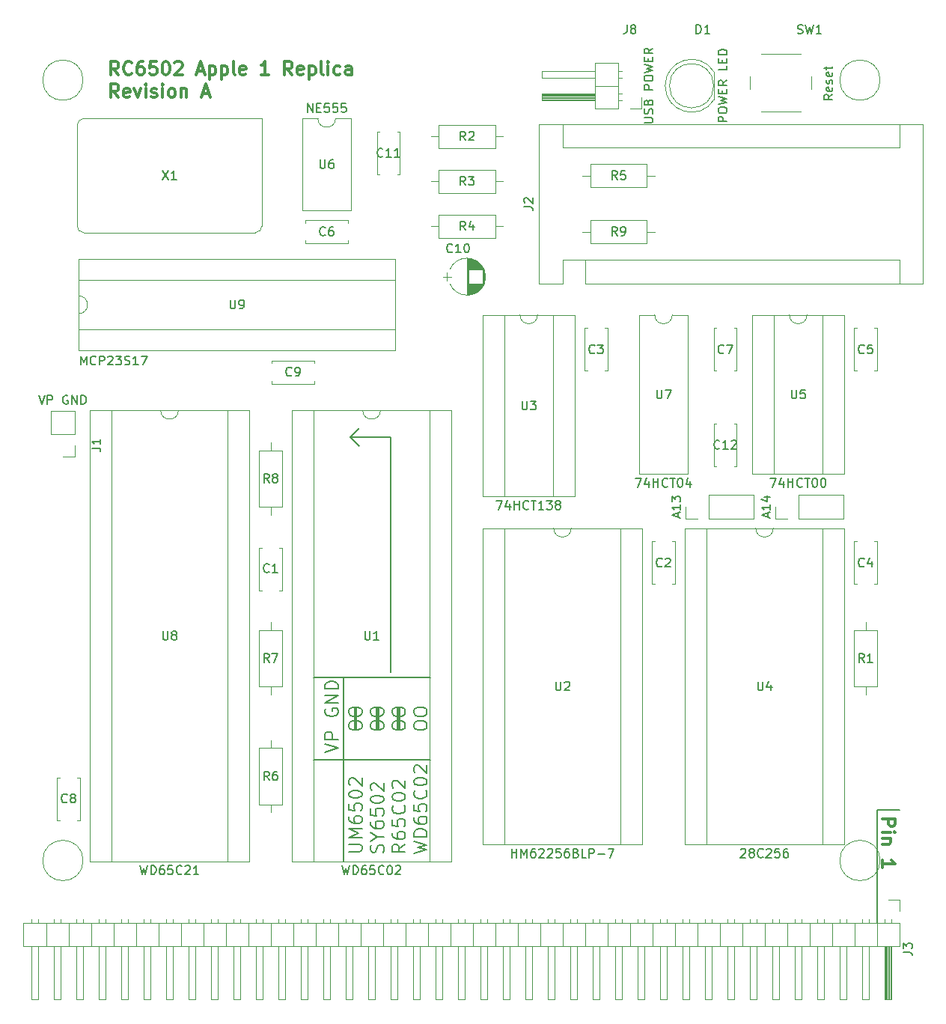
<source format=gto>
G04 #@! TF.FileFunction,Legend,Top*
%FSLAX46Y46*%
G04 Gerber Fmt 4.6, Leading zero omitted, Abs format (unit mm)*
G04 Created by KiCad (PCBNEW 4.0.6) date 06/20/17 00:08:38*
%MOMM*%
%LPD*%
G01*
G04 APERTURE LIST*
%ADD10C,0.100000*%
%ADD11C,0.200000*%
%ADD12C,0.300000*%
%ADD13C,0.150000*%
%ADD14C,0.120000*%
G04 APERTURE END LIST*
D10*
D11*
X153162000Y-84201000D02*
X154178000Y-85217000D01*
X153162000Y-84201000D02*
X154178000Y-83185000D01*
X157734000Y-84201000D02*
X153162000Y-84201000D01*
X157734000Y-110744000D02*
X157734000Y-84201000D01*
X152400000Y-131572000D02*
X152400000Y-132080000D01*
X156337000Y-117221000D02*
X156337000Y-114808000D01*
X158750000Y-117221000D02*
X158750000Y-114808000D01*
X158496000Y-115316000D02*
X158623000Y-115316000D01*
X158496000Y-117221000D02*
X158496000Y-114808000D01*
X158623000Y-117221000D02*
X158623000Y-114808000D01*
X156083000Y-114808000D02*
X156083000Y-117221000D01*
X156210000Y-117221000D02*
X156210000Y-114808000D01*
X153670000Y-114808000D02*
X153670000Y-117221000D01*
X153797000Y-114808000D02*
X153797000Y-117221000D01*
X148971000Y-111379000D02*
X162179000Y-111379000D01*
X148971000Y-120650000D02*
X162179000Y-120650000D01*
X152400000Y-111379000D02*
X152400000Y-131572000D01*
X150308571Y-119872143D02*
X151808571Y-119372143D01*
X150308571Y-118872143D01*
X151808571Y-118372143D02*
X150308571Y-118372143D01*
X150308571Y-117800715D01*
X150380000Y-117657857D01*
X150451429Y-117586429D01*
X150594286Y-117515000D01*
X150808571Y-117515000D01*
X150951429Y-117586429D01*
X151022857Y-117657857D01*
X151094286Y-117800715D01*
X151094286Y-118372143D01*
X150380000Y-114943572D02*
X150308571Y-115086429D01*
X150308571Y-115300715D01*
X150380000Y-115515000D01*
X150522857Y-115657858D01*
X150665714Y-115729286D01*
X150951429Y-115800715D01*
X151165714Y-115800715D01*
X151451429Y-115729286D01*
X151594286Y-115657858D01*
X151737143Y-115515000D01*
X151808571Y-115300715D01*
X151808571Y-115157858D01*
X151737143Y-114943572D01*
X151665714Y-114872143D01*
X151165714Y-114872143D01*
X151165714Y-115157858D01*
X151808571Y-114229286D02*
X150308571Y-114229286D01*
X151808571Y-113372143D01*
X150308571Y-113372143D01*
X151808571Y-112657857D02*
X150308571Y-112657857D01*
X150308571Y-112300714D01*
X150380000Y-112086429D01*
X150522857Y-111943571D01*
X150665714Y-111872143D01*
X150951429Y-111800714D01*
X151165714Y-111800714D01*
X151451429Y-111872143D01*
X151594286Y-111943571D01*
X151737143Y-112086429D01*
X151808571Y-112300714D01*
X151808571Y-112657857D01*
X152983571Y-116959143D02*
X152983571Y-116673429D01*
X153055000Y-116530571D01*
X153197857Y-116387714D01*
X153483571Y-116316286D01*
X153983571Y-116316286D01*
X154269286Y-116387714D01*
X154412143Y-116530571D01*
X154483571Y-116673429D01*
X154483571Y-116959143D01*
X154412143Y-117102000D01*
X154269286Y-117244857D01*
X153983571Y-117316286D01*
X153483571Y-117316286D01*
X153197857Y-117244857D01*
X153055000Y-117102000D01*
X152983571Y-116959143D01*
X152983571Y-115387714D02*
X152983571Y-115102000D01*
X153055000Y-114959142D01*
X153197857Y-114816285D01*
X153483571Y-114744857D01*
X153983571Y-114744857D01*
X154269286Y-114816285D01*
X154412143Y-114959142D01*
X154483571Y-115102000D01*
X154483571Y-115387714D01*
X154412143Y-115530571D01*
X154269286Y-115673428D01*
X153983571Y-115744857D01*
X153483571Y-115744857D01*
X153197857Y-115673428D01*
X153055000Y-115530571D01*
X152983571Y-115387714D01*
X155433571Y-116959143D02*
X155433571Y-116673429D01*
X155505000Y-116530571D01*
X155647857Y-116387714D01*
X155933571Y-116316286D01*
X156433571Y-116316286D01*
X156719286Y-116387714D01*
X156862143Y-116530571D01*
X156933571Y-116673429D01*
X156933571Y-116959143D01*
X156862143Y-117102000D01*
X156719286Y-117244857D01*
X156433571Y-117316286D01*
X155933571Y-117316286D01*
X155647857Y-117244857D01*
X155505000Y-117102000D01*
X155433571Y-116959143D01*
X155433571Y-115387714D02*
X155433571Y-115102000D01*
X155505000Y-114959142D01*
X155647857Y-114816285D01*
X155933571Y-114744857D01*
X156433571Y-114744857D01*
X156719286Y-114816285D01*
X156862143Y-114959142D01*
X156933571Y-115102000D01*
X156933571Y-115387714D01*
X156862143Y-115530571D01*
X156719286Y-115673428D01*
X156433571Y-115744857D01*
X155933571Y-115744857D01*
X155647857Y-115673428D01*
X155505000Y-115530571D01*
X155433571Y-115387714D01*
X157883571Y-116959143D02*
X157883571Y-116673429D01*
X157955000Y-116530571D01*
X158097857Y-116387714D01*
X158383571Y-116316286D01*
X158883571Y-116316286D01*
X159169286Y-116387714D01*
X159312143Y-116530571D01*
X159383571Y-116673429D01*
X159383571Y-116959143D01*
X159312143Y-117102000D01*
X159169286Y-117244857D01*
X158883571Y-117316286D01*
X158383571Y-117316286D01*
X158097857Y-117244857D01*
X157955000Y-117102000D01*
X157883571Y-116959143D01*
X157883571Y-115387714D02*
X157883571Y-115102000D01*
X157955000Y-114959142D01*
X158097857Y-114816285D01*
X158383571Y-114744857D01*
X158883571Y-114744857D01*
X159169286Y-114816285D01*
X159312143Y-114959142D01*
X159383571Y-115102000D01*
X159383571Y-115387714D01*
X159312143Y-115530571D01*
X159169286Y-115673428D01*
X158883571Y-115744857D01*
X158383571Y-115744857D01*
X158097857Y-115673428D01*
X157955000Y-115530571D01*
X157883571Y-115387714D01*
X160333571Y-116959143D02*
X160333571Y-116673429D01*
X160405000Y-116530571D01*
X160547857Y-116387714D01*
X160833571Y-116316286D01*
X161333571Y-116316286D01*
X161619286Y-116387714D01*
X161762143Y-116530571D01*
X161833571Y-116673429D01*
X161833571Y-116959143D01*
X161762143Y-117102000D01*
X161619286Y-117244857D01*
X161333571Y-117316286D01*
X160833571Y-117316286D01*
X160547857Y-117244857D01*
X160405000Y-117102000D01*
X160333571Y-116959143D01*
X160333571Y-115387714D02*
X160333571Y-115102000D01*
X160405000Y-114959142D01*
X160547857Y-114816285D01*
X160833571Y-114744857D01*
X161333571Y-114744857D01*
X161619286Y-114816285D01*
X161762143Y-114959142D01*
X161833571Y-115102000D01*
X161833571Y-115387714D01*
X161762143Y-115530571D01*
X161619286Y-115673428D01*
X161333571Y-115744857D01*
X160833571Y-115744857D01*
X160547857Y-115673428D01*
X160405000Y-115530571D01*
X160333571Y-115387714D01*
X152983571Y-131087857D02*
X154197857Y-131087857D01*
X154340714Y-131016429D01*
X154412143Y-130945000D01*
X154483571Y-130802143D01*
X154483571Y-130516429D01*
X154412143Y-130373571D01*
X154340714Y-130302143D01*
X154197857Y-130230714D01*
X152983571Y-130230714D01*
X154483571Y-129516428D02*
X152983571Y-129516428D01*
X154055000Y-129016428D01*
X152983571Y-128516428D01*
X154483571Y-128516428D01*
X152983571Y-127159285D02*
X152983571Y-127444999D01*
X153055000Y-127587856D01*
X153126429Y-127659285D01*
X153340714Y-127802142D01*
X153626429Y-127873571D01*
X154197857Y-127873571D01*
X154340714Y-127802142D01*
X154412143Y-127730714D01*
X154483571Y-127587856D01*
X154483571Y-127302142D01*
X154412143Y-127159285D01*
X154340714Y-127087856D01*
X154197857Y-127016428D01*
X153840714Y-127016428D01*
X153697857Y-127087856D01*
X153626429Y-127159285D01*
X153555000Y-127302142D01*
X153555000Y-127587856D01*
X153626429Y-127730714D01*
X153697857Y-127802142D01*
X153840714Y-127873571D01*
X152983571Y-125659285D02*
X152983571Y-126373571D01*
X153697857Y-126445000D01*
X153626429Y-126373571D01*
X153555000Y-126230714D01*
X153555000Y-125873571D01*
X153626429Y-125730714D01*
X153697857Y-125659285D01*
X153840714Y-125587857D01*
X154197857Y-125587857D01*
X154340714Y-125659285D01*
X154412143Y-125730714D01*
X154483571Y-125873571D01*
X154483571Y-126230714D01*
X154412143Y-126373571D01*
X154340714Y-126445000D01*
X152983571Y-124659286D02*
X152983571Y-124516429D01*
X153055000Y-124373572D01*
X153126429Y-124302143D01*
X153269286Y-124230714D01*
X153555000Y-124159286D01*
X153912143Y-124159286D01*
X154197857Y-124230714D01*
X154340714Y-124302143D01*
X154412143Y-124373572D01*
X154483571Y-124516429D01*
X154483571Y-124659286D01*
X154412143Y-124802143D01*
X154340714Y-124873572D01*
X154197857Y-124945000D01*
X153912143Y-125016429D01*
X153555000Y-125016429D01*
X153269286Y-124945000D01*
X153126429Y-124873572D01*
X153055000Y-124802143D01*
X152983571Y-124659286D01*
X153126429Y-123587858D02*
X153055000Y-123516429D01*
X152983571Y-123373572D01*
X152983571Y-123016429D01*
X153055000Y-122873572D01*
X153126429Y-122802143D01*
X153269286Y-122730715D01*
X153412143Y-122730715D01*
X153626429Y-122802143D01*
X154483571Y-123659286D01*
X154483571Y-122730715D01*
X156862143Y-131159286D02*
X156933571Y-130945000D01*
X156933571Y-130587857D01*
X156862143Y-130445000D01*
X156790714Y-130373571D01*
X156647857Y-130302143D01*
X156505000Y-130302143D01*
X156362143Y-130373571D01*
X156290714Y-130445000D01*
X156219286Y-130587857D01*
X156147857Y-130873571D01*
X156076429Y-131016429D01*
X156005000Y-131087857D01*
X155862143Y-131159286D01*
X155719286Y-131159286D01*
X155576429Y-131087857D01*
X155505000Y-131016429D01*
X155433571Y-130873571D01*
X155433571Y-130516429D01*
X155505000Y-130302143D01*
X156219286Y-129373572D02*
X156933571Y-129373572D01*
X155433571Y-129873572D02*
X156219286Y-129373572D01*
X155433571Y-128873572D01*
X155433571Y-127730715D02*
X155433571Y-128016429D01*
X155505000Y-128159286D01*
X155576429Y-128230715D01*
X155790714Y-128373572D01*
X156076429Y-128445001D01*
X156647857Y-128445001D01*
X156790714Y-128373572D01*
X156862143Y-128302144D01*
X156933571Y-128159286D01*
X156933571Y-127873572D01*
X156862143Y-127730715D01*
X156790714Y-127659286D01*
X156647857Y-127587858D01*
X156290714Y-127587858D01*
X156147857Y-127659286D01*
X156076429Y-127730715D01*
X156005000Y-127873572D01*
X156005000Y-128159286D01*
X156076429Y-128302144D01*
X156147857Y-128373572D01*
X156290714Y-128445001D01*
X155433571Y-126230715D02*
X155433571Y-126945001D01*
X156147857Y-127016430D01*
X156076429Y-126945001D01*
X156005000Y-126802144D01*
X156005000Y-126445001D01*
X156076429Y-126302144D01*
X156147857Y-126230715D01*
X156290714Y-126159287D01*
X156647857Y-126159287D01*
X156790714Y-126230715D01*
X156862143Y-126302144D01*
X156933571Y-126445001D01*
X156933571Y-126802144D01*
X156862143Y-126945001D01*
X156790714Y-127016430D01*
X155433571Y-125230716D02*
X155433571Y-125087859D01*
X155505000Y-124945002D01*
X155576429Y-124873573D01*
X155719286Y-124802144D01*
X156005000Y-124730716D01*
X156362143Y-124730716D01*
X156647857Y-124802144D01*
X156790714Y-124873573D01*
X156862143Y-124945002D01*
X156933571Y-125087859D01*
X156933571Y-125230716D01*
X156862143Y-125373573D01*
X156790714Y-125445002D01*
X156647857Y-125516430D01*
X156362143Y-125587859D01*
X156005000Y-125587859D01*
X155719286Y-125516430D01*
X155576429Y-125445002D01*
X155505000Y-125373573D01*
X155433571Y-125230716D01*
X155576429Y-124159288D02*
X155505000Y-124087859D01*
X155433571Y-123945002D01*
X155433571Y-123587859D01*
X155505000Y-123445002D01*
X155576429Y-123373573D01*
X155719286Y-123302145D01*
X155862143Y-123302145D01*
X156076429Y-123373573D01*
X156933571Y-124230716D01*
X156933571Y-123302145D01*
X159383571Y-130230714D02*
X158669286Y-130730714D01*
X159383571Y-131087857D02*
X157883571Y-131087857D01*
X157883571Y-130516429D01*
X157955000Y-130373571D01*
X158026429Y-130302143D01*
X158169286Y-130230714D01*
X158383571Y-130230714D01*
X158526429Y-130302143D01*
X158597857Y-130373571D01*
X158669286Y-130516429D01*
X158669286Y-131087857D01*
X157883571Y-128945000D02*
X157883571Y-129230714D01*
X157955000Y-129373571D01*
X158026429Y-129445000D01*
X158240714Y-129587857D01*
X158526429Y-129659286D01*
X159097857Y-129659286D01*
X159240714Y-129587857D01*
X159312143Y-129516429D01*
X159383571Y-129373571D01*
X159383571Y-129087857D01*
X159312143Y-128945000D01*
X159240714Y-128873571D01*
X159097857Y-128802143D01*
X158740714Y-128802143D01*
X158597857Y-128873571D01*
X158526429Y-128945000D01*
X158455000Y-129087857D01*
X158455000Y-129373571D01*
X158526429Y-129516429D01*
X158597857Y-129587857D01*
X158740714Y-129659286D01*
X157883571Y-127445000D02*
X157883571Y-128159286D01*
X158597857Y-128230715D01*
X158526429Y-128159286D01*
X158455000Y-128016429D01*
X158455000Y-127659286D01*
X158526429Y-127516429D01*
X158597857Y-127445000D01*
X158740714Y-127373572D01*
X159097857Y-127373572D01*
X159240714Y-127445000D01*
X159312143Y-127516429D01*
X159383571Y-127659286D01*
X159383571Y-128016429D01*
X159312143Y-128159286D01*
X159240714Y-128230715D01*
X159240714Y-125873572D02*
X159312143Y-125945001D01*
X159383571Y-126159287D01*
X159383571Y-126302144D01*
X159312143Y-126516429D01*
X159169286Y-126659287D01*
X159026429Y-126730715D01*
X158740714Y-126802144D01*
X158526429Y-126802144D01*
X158240714Y-126730715D01*
X158097857Y-126659287D01*
X157955000Y-126516429D01*
X157883571Y-126302144D01*
X157883571Y-126159287D01*
X157955000Y-125945001D01*
X158026429Y-125873572D01*
X157883571Y-124945001D02*
X157883571Y-124802144D01*
X157955000Y-124659287D01*
X158026429Y-124587858D01*
X158169286Y-124516429D01*
X158455000Y-124445001D01*
X158812143Y-124445001D01*
X159097857Y-124516429D01*
X159240714Y-124587858D01*
X159312143Y-124659287D01*
X159383571Y-124802144D01*
X159383571Y-124945001D01*
X159312143Y-125087858D01*
X159240714Y-125159287D01*
X159097857Y-125230715D01*
X158812143Y-125302144D01*
X158455000Y-125302144D01*
X158169286Y-125230715D01*
X158026429Y-125159287D01*
X157955000Y-125087858D01*
X157883571Y-124945001D01*
X158026429Y-123873573D02*
X157955000Y-123802144D01*
X157883571Y-123659287D01*
X157883571Y-123302144D01*
X157955000Y-123159287D01*
X158026429Y-123087858D01*
X158169286Y-123016430D01*
X158312143Y-123016430D01*
X158526429Y-123087858D01*
X159383571Y-123945001D01*
X159383571Y-123016430D01*
X160333571Y-131230714D02*
X161833571Y-130873571D01*
X160762143Y-130587857D01*
X161833571Y-130302143D01*
X160333571Y-129945000D01*
X161833571Y-129373571D02*
X160333571Y-129373571D01*
X160333571Y-129016428D01*
X160405000Y-128802143D01*
X160547857Y-128659285D01*
X160690714Y-128587857D01*
X160976429Y-128516428D01*
X161190714Y-128516428D01*
X161476429Y-128587857D01*
X161619286Y-128659285D01*
X161762143Y-128802143D01*
X161833571Y-129016428D01*
X161833571Y-129373571D01*
X160333571Y-127230714D02*
X160333571Y-127516428D01*
X160405000Y-127659285D01*
X160476429Y-127730714D01*
X160690714Y-127873571D01*
X160976429Y-127945000D01*
X161547857Y-127945000D01*
X161690714Y-127873571D01*
X161762143Y-127802143D01*
X161833571Y-127659285D01*
X161833571Y-127373571D01*
X161762143Y-127230714D01*
X161690714Y-127159285D01*
X161547857Y-127087857D01*
X161190714Y-127087857D01*
X161047857Y-127159285D01*
X160976429Y-127230714D01*
X160905000Y-127373571D01*
X160905000Y-127659285D01*
X160976429Y-127802143D01*
X161047857Y-127873571D01*
X161190714Y-127945000D01*
X160333571Y-125730714D02*
X160333571Y-126445000D01*
X161047857Y-126516429D01*
X160976429Y-126445000D01*
X160905000Y-126302143D01*
X160905000Y-125945000D01*
X160976429Y-125802143D01*
X161047857Y-125730714D01*
X161190714Y-125659286D01*
X161547857Y-125659286D01*
X161690714Y-125730714D01*
X161762143Y-125802143D01*
X161833571Y-125945000D01*
X161833571Y-126302143D01*
X161762143Y-126445000D01*
X161690714Y-126516429D01*
X161690714Y-124159286D02*
X161762143Y-124230715D01*
X161833571Y-124445001D01*
X161833571Y-124587858D01*
X161762143Y-124802143D01*
X161619286Y-124945001D01*
X161476429Y-125016429D01*
X161190714Y-125087858D01*
X160976429Y-125087858D01*
X160690714Y-125016429D01*
X160547857Y-124945001D01*
X160405000Y-124802143D01*
X160333571Y-124587858D01*
X160333571Y-124445001D01*
X160405000Y-124230715D01*
X160476429Y-124159286D01*
X160333571Y-123230715D02*
X160333571Y-123087858D01*
X160405000Y-122945001D01*
X160476429Y-122873572D01*
X160619286Y-122802143D01*
X160905000Y-122730715D01*
X161262143Y-122730715D01*
X161547857Y-122802143D01*
X161690714Y-122873572D01*
X161762143Y-122945001D01*
X161833571Y-123087858D01*
X161833571Y-123230715D01*
X161762143Y-123373572D01*
X161690714Y-123445001D01*
X161547857Y-123516429D01*
X161262143Y-123587858D01*
X160905000Y-123587858D01*
X160619286Y-123516429D01*
X160476429Y-123445001D01*
X160405000Y-123373572D01*
X160333571Y-123230715D01*
X160476429Y-122159287D02*
X160405000Y-122087858D01*
X160333571Y-121945001D01*
X160333571Y-121587858D01*
X160405000Y-121445001D01*
X160476429Y-121373572D01*
X160619286Y-121302144D01*
X160762143Y-121302144D01*
X160976429Y-121373572D01*
X161833571Y-122230715D01*
X161833571Y-121302144D01*
D12*
X213316429Y-127357143D02*
X214816429Y-127357143D01*
X214816429Y-127928571D01*
X214745000Y-128071429D01*
X214673571Y-128142857D01*
X214530714Y-128214286D01*
X214316429Y-128214286D01*
X214173571Y-128142857D01*
X214102143Y-128071429D01*
X214030714Y-127928571D01*
X214030714Y-127357143D01*
X213316429Y-128857143D02*
X214316429Y-128857143D01*
X214816429Y-128857143D02*
X214745000Y-128785714D01*
X214673571Y-128857143D01*
X214745000Y-128928571D01*
X214816429Y-128857143D01*
X214673571Y-128857143D01*
X214316429Y-129571429D02*
X213316429Y-129571429D01*
X214173571Y-129571429D02*
X214245000Y-129642857D01*
X214316429Y-129785715D01*
X214316429Y-130000000D01*
X214245000Y-130142857D01*
X214102143Y-130214286D01*
X213316429Y-130214286D01*
X213316429Y-132857143D02*
X213316429Y-132000000D01*
X213316429Y-132428572D02*
X214816429Y-132428572D01*
X214602143Y-132285715D01*
X214459286Y-132142857D01*
X214387857Y-132000000D01*
D11*
X212725000Y-126365000D02*
X215265000Y-126365000D01*
X212725000Y-139065000D02*
X212725000Y-126365000D01*
D13*
X186396381Y-48640476D02*
X187205905Y-48640476D01*
X187301143Y-48592857D01*
X187348762Y-48545238D01*
X187396381Y-48450000D01*
X187396381Y-48259523D01*
X187348762Y-48164285D01*
X187301143Y-48116666D01*
X187205905Y-48069047D01*
X186396381Y-48069047D01*
X187348762Y-47640476D02*
X187396381Y-47497619D01*
X187396381Y-47259523D01*
X187348762Y-47164285D01*
X187301143Y-47116666D01*
X187205905Y-47069047D01*
X187110667Y-47069047D01*
X187015429Y-47116666D01*
X186967810Y-47164285D01*
X186920190Y-47259523D01*
X186872571Y-47450000D01*
X186824952Y-47545238D01*
X186777333Y-47592857D01*
X186682095Y-47640476D01*
X186586857Y-47640476D01*
X186491619Y-47592857D01*
X186444000Y-47545238D01*
X186396381Y-47450000D01*
X186396381Y-47211904D01*
X186444000Y-47069047D01*
X186872571Y-46307142D02*
X186920190Y-46164285D01*
X186967810Y-46116666D01*
X187063048Y-46069047D01*
X187205905Y-46069047D01*
X187301143Y-46116666D01*
X187348762Y-46164285D01*
X187396381Y-46259523D01*
X187396381Y-46640476D01*
X186396381Y-46640476D01*
X186396381Y-46307142D01*
X186444000Y-46211904D01*
X186491619Y-46164285D01*
X186586857Y-46116666D01*
X186682095Y-46116666D01*
X186777333Y-46164285D01*
X186824952Y-46211904D01*
X186872571Y-46307142D01*
X186872571Y-46640476D01*
X187396381Y-44878571D02*
X186396381Y-44878571D01*
X186396381Y-44497618D01*
X186444000Y-44402380D01*
X186491619Y-44354761D01*
X186586857Y-44307142D01*
X186729714Y-44307142D01*
X186824952Y-44354761D01*
X186872571Y-44402380D01*
X186920190Y-44497618D01*
X186920190Y-44878571D01*
X186396381Y-43688095D02*
X186396381Y-43497618D01*
X186444000Y-43402380D01*
X186539238Y-43307142D01*
X186729714Y-43259523D01*
X187063048Y-43259523D01*
X187253524Y-43307142D01*
X187348762Y-43402380D01*
X187396381Y-43497618D01*
X187396381Y-43688095D01*
X187348762Y-43783333D01*
X187253524Y-43878571D01*
X187063048Y-43926190D01*
X186729714Y-43926190D01*
X186539238Y-43878571D01*
X186444000Y-43783333D01*
X186396381Y-43688095D01*
X186396381Y-42926190D02*
X187396381Y-42688095D01*
X186682095Y-42497618D01*
X187396381Y-42307142D01*
X186396381Y-42069047D01*
X186872571Y-41688095D02*
X186872571Y-41354761D01*
X187396381Y-41211904D02*
X187396381Y-41688095D01*
X186396381Y-41688095D01*
X186396381Y-41211904D01*
X187396381Y-40211904D02*
X186920190Y-40545238D01*
X187396381Y-40783333D02*
X186396381Y-40783333D01*
X186396381Y-40402380D01*
X186444000Y-40307142D01*
X186491619Y-40259523D01*
X186586857Y-40211904D01*
X186729714Y-40211904D01*
X186824952Y-40259523D01*
X186872571Y-40307142D01*
X186920190Y-40402380D01*
X186920190Y-40783333D01*
X195778381Y-48497619D02*
X194778381Y-48497619D01*
X194778381Y-48116666D01*
X194826000Y-48021428D01*
X194873619Y-47973809D01*
X194968857Y-47926190D01*
X195111714Y-47926190D01*
X195206952Y-47973809D01*
X195254571Y-48021428D01*
X195302190Y-48116666D01*
X195302190Y-48497619D01*
X194778381Y-47307143D02*
X194778381Y-47116666D01*
X194826000Y-47021428D01*
X194921238Y-46926190D01*
X195111714Y-46878571D01*
X195445048Y-46878571D01*
X195635524Y-46926190D01*
X195730762Y-47021428D01*
X195778381Y-47116666D01*
X195778381Y-47307143D01*
X195730762Y-47402381D01*
X195635524Y-47497619D01*
X195445048Y-47545238D01*
X195111714Y-47545238D01*
X194921238Y-47497619D01*
X194826000Y-47402381D01*
X194778381Y-47307143D01*
X194778381Y-46545238D02*
X195778381Y-46307143D01*
X195064095Y-46116666D01*
X195778381Y-45926190D01*
X194778381Y-45688095D01*
X195254571Y-45307143D02*
X195254571Y-44973809D01*
X195778381Y-44830952D02*
X195778381Y-45307143D01*
X194778381Y-45307143D01*
X194778381Y-44830952D01*
X195778381Y-43830952D02*
X195302190Y-44164286D01*
X195778381Y-44402381D02*
X194778381Y-44402381D01*
X194778381Y-44021428D01*
X194826000Y-43926190D01*
X194873619Y-43878571D01*
X194968857Y-43830952D01*
X195111714Y-43830952D01*
X195206952Y-43878571D01*
X195254571Y-43926190D01*
X195302190Y-44021428D01*
X195302190Y-44402381D01*
X195778381Y-42164285D02*
X195778381Y-42640476D01*
X194778381Y-42640476D01*
X195254571Y-41830952D02*
X195254571Y-41497618D01*
X195778381Y-41354761D02*
X195778381Y-41830952D01*
X194778381Y-41830952D01*
X194778381Y-41354761D01*
X195778381Y-40926190D02*
X194778381Y-40926190D01*
X194778381Y-40688095D01*
X194826000Y-40545237D01*
X194921238Y-40449999D01*
X195016476Y-40402380D01*
X195206952Y-40354761D01*
X195349810Y-40354761D01*
X195540286Y-40402380D01*
X195635524Y-40449999D01*
X195730762Y-40545237D01*
X195778381Y-40688095D01*
X195778381Y-40926190D01*
X207716381Y-45434095D02*
X207240190Y-45767429D01*
X207716381Y-46005524D02*
X206716381Y-46005524D01*
X206716381Y-45624571D01*
X206764000Y-45529333D01*
X206811619Y-45481714D01*
X206906857Y-45434095D01*
X207049714Y-45434095D01*
X207144952Y-45481714D01*
X207192571Y-45529333D01*
X207240190Y-45624571D01*
X207240190Y-46005524D01*
X207668762Y-44624571D02*
X207716381Y-44719809D01*
X207716381Y-44910286D01*
X207668762Y-45005524D01*
X207573524Y-45053143D01*
X207192571Y-45053143D01*
X207097333Y-45005524D01*
X207049714Y-44910286D01*
X207049714Y-44719809D01*
X207097333Y-44624571D01*
X207192571Y-44576952D01*
X207287810Y-44576952D01*
X207383048Y-45053143D01*
X207668762Y-44196000D02*
X207716381Y-44100762D01*
X207716381Y-43910286D01*
X207668762Y-43815047D01*
X207573524Y-43767428D01*
X207525905Y-43767428D01*
X207430667Y-43815047D01*
X207383048Y-43910286D01*
X207383048Y-44053143D01*
X207335429Y-44148381D01*
X207240190Y-44196000D01*
X207192571Y-44196000D01*
X207097333Y-44148381D01*
X207049714Y-44053143D01*
X207049714Y-43910286D01*
X207097333Y-43815047D01*
X207668762Y-42957904D02*
X207716381Y-43053142D01*
X207716381Y-43243619D01*
X207668762Y-43338857D01*
X207573524Y-43386476D01*
X207192571Y-43386476D01*
X207097333Y-43338857D01*
X207049714Y-43243619D01*
X207049714Y-43053142D01*
X207097333Y-42957904D01*
X207192571Y-42910285D01*
X207287810Y-42910285D01*
X207383048Y-43386476D01*
X207049714Y-42624571D02*
X207049714Y-42243619D01*
X206716381Y-42481714D02*
X207573524Y-42481714D01*
X207668762Y-42434095D01*
X207716381Y-42338857D01*
X207716381Y-42243619D01*
D12*
X126944286Y-43218571D02*
X126444286Y-42504286D01*
X126087143Y-43218571D02*
X126087143Y-41718571D01*
X126658571Y-41718571D01*
X126801429Y-41790000D01*
X126872857Y-41861429D01*
X126944286Y-42004286D01*
X126944286Y-42218571D01*
X126872857Y-42361429D01*
X126801429Y-42432857D01*
X126658571Y-42504286D01*
X126087143Y-42504286D01*
X128444286Y-43075714D02*
X128372857Y-43147143D01*
X128158571Y-43218571D01*
X128015714Y-43218571D01*
X127801429Y-43147143D01*
X127658571Y-43004286D01*
X127587143Y-42861429D01*
X127515714Y-42575714D01*
X127515714Y-42361429D01*
X127587143Y-42075714D01*
X127658571Y-41932857D01*
X127801429Y-41790000D01*
X128015714Y-41718571D01*
X128158571Y-41718571D01*
X128372857Y-41790000D01*
X128444286Y-41861429D01*
X129730000Y-41718571D02*
X129444286Y-41718571D01*
X129301429Y-41790000D01*
X129230000Y-41861429D01*
X129087143Y-42075714D01*
X129015714Y-42361429D01*
X129015714Y-42932857D01*
X129087143Y-43075714D01*
X129158571Y-43147143D01*
X129301429Y-43218571D01*
X129587143Y-43218571D01*
X129730000Y-43147143D01*
X129801429Y-43075714D01*
X129872857Y-42932857D01*
X129872857Y-42575714D01*
X129801429Y-42432857D01*
X129730000Y-42361429D01*
X129587143Y-42290000D01*
X129301429Y-42290000D01*
X129158571Y-42361429D01*
X129087143Y-42432857D01*
X129015714Y-42575714D01*
X131230000Y-41718571D02*
X130515714Y-41718571D01*
X130444285Y-42432857D01*
X130515714Y-42361429D01*
X130658571Y-42290000D01*
X131015714Y-42290000D01*
X131158571Y-42361429D01*
X131230000Y-42432857D01*
X131301428Y-42575714D01*
X131301428Y-42932857D01*
X131230000Y-43075714D01*
X131158571Y-43147143D01*
X131015714Y-43218571D01*
X130658571Y-43218571D01*
X130515714Y-43147143D01*
X130444285Y-43075714D01*
X132229999Y-41718571D02*
X132372856Y-41718571D01*
X132515713Y-41790000D01*
X132587142Y-41861429D01*
X132658571Y-42004286D01*
X132729999Y-42290000D01*
X132729999Y-42647143D01*
X132658571Y-42932857D01*
X132587142Y-43075714D01*
X132515713Y-43147143D01*
X132372856Y-43218571D01*
X132229999Y-43218571D01*
X132087142Y-43147143D01*
X132015713Y-43075714D01*
X131944285Y-42932857D01*
X131872856Y-42647143D01*
X131872856Y-42290000D01*
X131944285Y-42004286D01*
X132015713Y-41861429D01*
X132087142Y-41790000D01*
X132229999Y-41718571D01*
X133301427Y-41861429D02*
X133372856Y-41790000D01*
X133515713Y-41718571D01*
X133872856Y-41718571D01*
X134015713Y-41790000D01*
X134087142Y-41861429D01*
X134158570Y-42004286D01*
X134158570Y-42147143D01*
X134087142Y-42361429D01*
X133229999Y-43218571D01*
X134158570Y-43218571D01*
X135872855Y-42790000D02*
X136587141Y-42790000D01*
X135729998Y-43218571D02*
X136229998Y-41718571D01*
X136729998Y-43218571D01*
X137229998Y-42218571D02*
X137229998Y-43718571D01*
X137229998Y-42290000D02*
X137372855Y-42218571D01*
X137658569Y-42218571D01*
X137801426Y-42290000D01*
X137872855Y-42361429D01*
X137944284Y-42504286D01*
X137944284Y-42932857D01*
X137872855Y-43075714D01*
X137801426Y-43147143D01*
X137658569Y-43218571D01*
X137372855Y-43218571D01*
X137229998Y-43147143D01*
X138587141Y-42218571D02*
X138587141Y-43718571D01*
X138587141Y-42290000D02*
X138729998Y-42218571D01*
X139015712Y-42218571D01*
X139158569Y-42290000D01*
X139229998Y-42361429D01*
X139301427Y-42504286D01*
X139301427Y-42932857D01*
X139229998Y-43075714D01*
X139158569Y-43147143D01*
X139015712Y-43218571D01*
X138729998Y-43218571D01*
X138587141Y-43147143D01*
X140158570Y-43218571D02*
X140015712Y-43147143D01*
X139944284Y-43004286D01*
X139944284Y-41718571D01*
X141301426Y-43147143D02*
X141158569Y-43218571D01*
X140872855Y-43218571D01*
X140729998Y-43147143D01*
X140658569Y-43004286D01*
X140658569Y-42432857D01*
X140729998Y-42290000D01*
X140872855Y-42218571D01*
X141158569Y-42218571D01*
X141301426Y-42290000D01*
X141372855Y-42432857D01*
X141372855Y-42575714D01*
X140658569Y-42718571D01*
X143944283Y-43218571D02*
X143087140Y-43218571D01*
X143515712Y-43218571D02*
X143515712Y-41718571D01*
X143372855Y-41932857D01*
X143229997Y-42075714D01*
X143087140Y-42147143D01*
X146587140Y-43218571D02*
X146087140Y-42504286D01*
X145729997Y-43218571D02*
X145729997Y-41718571D01*
X146301425Y-41718571D01*
X146444283Y-41790000D01*
X146515711Y-41861429D01*
X146587140Y-42004286D01*
X146587140Y-42218571D01*
X146515711Y-42361429D01*
X146444283Y-42432857D01*
X146301425Y-42504286D01*
X145729997Y-42504286D01*
X147801425Y-43147143D02*
X147658568Y-43218571D01*
X147372854Y-43218571D01*
X147229997Y-43147143D01*
X147158568Y-43004286D01*
X147158568Y-42432857D01*
X147229997Y-42290000D01*
X147372854Y-42218571D01*
X147658568Y-42218571D01*
X147801425Y-42290000D01*
X147872854Y-42432857D01*
X147872854Y-42575714D01*
X147158568Y-42718571D01*
X148515711Y-42218571D02*
X148515711Y-43718571D01*
X148515711Y-42290000D02*
X148658568Y-42218571D01*
X148944282Y-42218571D01*
X149087139Y-42290000D01*
X149158568Y-42361429D01*
X149229997Y-42504286D01*
X149229997Y-42932857D01*
X149158568Y-43075714D01*
X149087139Y-43147143D01*
X148944282Y-43218571D01*
X148658568Y-43218571D01*
X148515711Y-43147143D01*
X150087140Y-43218571D02*
X149944282Y-43147143D01*
X149872854Y-43004286D01*
X149872854Y-41718571D01*
X150658568Y-43218571D02*
X150658568Y-42218571D01*
X150658568Y-41718571D02*
X150587139Y-41790000D01*
X150658568Y-41861429D01*
X150729996Y-41790000D01*
X150658568Y-41718571D01*
X150658568Y-41861429D01*
X152015711Y-43147143D02*
X151872854Y-43218571D01*
X151587140Y-43218571D01*
X151444282Y-43147143D01*
X151372854Y-43075714D01*
X151301425Y-42932857D01*
X151301425Y-42504286D01*
X151372854Y-42361429D01*
X151444282Y-42290000D01*
X151587140Y-42218571D01*
X151872854Y-42218571D01*
X152015711Y-42290000D01*
X153301425Y-43218571D02*
X153301425Y-42432857D01*
X153229996Y-42290000D01*
X153087139Y-42218571D01*
X152801425Y-42218571D01*
X152658568Y-42290000D01*
X153301425Y-43147143D02*
X153158568Y-43218571D01*
X152801425Y-43218571D01*
X152658568Y-43147143D01*
X152587139Y-43004286D01*
X152587139Y-42861429D01*
X152658568Y-42718571D01*
X152801425Y-42647143D01*
X153158568Y-42647143D01*
X153301425Y-42575714D01*
X126944286Y-45768571D02*
X126444286Y-45054286D01*
X126087143Y-45768571D02*
X126087143Y-44268571D01*
X126658571Y-44268571D01*
X126801429Y-44340000D01*
X126872857Y-44411429D01*
X126944286Y-44554286D01*
X126944286Y-44768571D01*
X126872857Y-44911429D01*
X126801429Y-44982857D01*
X126658571Y-45054286D01*
X126087143Y-45054286D01*
X128158571Y-45697143D02*
X128015714Y-45768571D01*
X127730000Y-45768571D01*
X127587143Y-45697143D01*
X127515714Y-45554286D01*
X127515714Y-44982857D01*
X127587143Y-44840000D01*
X127730000Y-44768571D01*
X128015714Y-44768571D01*
X128158571Y-44840000D01*
X128230000Y-44982857D01*
X128230000Y-45125714D01*
X127515714Y-45268571D01*
X128730000Y-44768571D02*
X129087143Y-45768571D01*
X129444285Y-44768571D01*
X130015714Y-45768571D02*
X130015714Y-44768571D01*
X130015714Y-44268571D02*
X129944285Y-44340000D01*
X130015714Y-44411429D01*
X130087142Y-44340000D01*
X130015714Y-44268571D01*
X130015714Y-44411429D01*
X130658571Y-45697143D02*
X130801428Y-45768571D01*
X131087143Y-45768571D01*
X131230000Y-45697143D01*
X131301428Y-45554286D01*
X131301428Y-45482857D01*
X131230000Y-45340000D01*
X131087143Y-45268571D01*
X130872857Y-45268571D01*
X130730000Y-45197143D01*
X130658571Y-45054286D01*
X130658571Y-44982857D01*
X130730000Y-44840000D01*
X130872857Y-44768571D01*
X131087143Y-44768571D01*
X131230000Y-44840000D01*
X131944286Y-45768571D02*
X131944286Y-44768571D01*
X131944286Y-44268571D02*
X131872857Y-44340000D01*
X131944286Y-44411429D01*
X132015714Y-44340000D01*
X131944286Y-44268571D01*
X131944286Y-44411429D01*
X132872858Y-45768571D02*
X132730000Y-45697143D01*
X132658572Y-45625714D01*
X132587143Y-45482857D01*
X132587143Y-45054286D01*
X132658572Y-44911429D01*
X132730000Y-44840000D01*
X132872858Y-44768571D01*
X133087143Y-44768571D01*
X133230000Y-44840000D01*
X133301429Y-44911429D01*
X133372858Y-45054286D01*
X133372858Y-45482857D01*
X133301429Y-45625714D01*
X133230000Y-45697143D01*
X133087143Y-45768571D01*
X132872858Y-45768571D01*
X134015715Y-44768571D02*
X134015715Y-45768571D01*
X134015715Y-44911429D02*
X134087143Y-44840000D01*
X134230001Y-44768571D01*
X134444286Y-44768571D01*
X134587143Y-44840000D01*
X134658572Y-44982857D01*
X134658572Y-45768571D01*
X136444286Y-45340000D02*
X137158572Y-45340000D01*
X136301429Y-45768571D02*
X136801429Y-44268571D01*
X137301429Y-45768571D01*
D14*
X154575000Y-81160000D02*
X148995000Y-81160000D01*
X148995000Y-81160000D02*
X148995000Y-132200000D01*
X148995000Y-132200000D02*
X162155000Y-132200000D01*
X162155000Y-132200000D02*
X162155000Y-81160000D01*
X162155000Y-81160000D02*
X156575000Y-81160000D01*
X146565000Y-81160000D02*
X146565000Y-132200000D01*
X146565000Y-132200000D02*
X164585000Y-132200000D01*
X164585000Y-132200000D02*
X164585000Y-81160000D01*
X164585000Y-81160000D02*
X146565000Y-81160000D01*
X156575000Y-81160000D02*
G75*
G02X154575000Y-81160000I-1000000J0D01*
G01*
X142835000Y-101510000D02*
X142835000Y-96690000D01*
X145455000Y-101510000D02*
X145455000Y-96690000D01*
X142835000Y-101510000D02*
X143149000Y-101510000D01*
X145141000Y-101510000D02*
X145455000Y-101510000D01*
X142835000Y-96690000D02*
X143149000Y-96690000D01*
X145141000Y-96690000D02*
X145455000Y-96690000D01*
X189905000Y-95975000D02*
X189905000Y-100795000D01*
X187285000Y-95975000D02*
X187285000Y-100795000D01*
X189905000Y-95975000D02*
X189591000Y-95975000D01*
X187599000Y-95975000D02*
X187285000Y-95975000D01*
X189905000Y-100795000D02*
X189591000Y-100795000D01*
X187599000Y-100795000D02*
X187285000Y-100795000D01*
X212765000Y-95975000D02*
X212765000Y-100795000D01*
X210145000Y-95975000D02*
X210145000Y-100795000D01*
X212765000Y-95975000D02*
X212451000Y-95975000D01*
X210459000Y-95975000D02*
X210145000Y-95975000D01*
X212765000Y-100795000D02*
X212451000Y-100795000D01*
X210459000Y-100795000D02*
X210145000Y-100795000D01*
X212765000Y-71845000D02*
X212765000Y-76665000D01*
X210145000Y-71845000D02*
X210145000Y-76665000D01*
X212765000Y-71845000D02*
X212451000Y-71845000D01*
X210459000Y-71845000D02*
X210145000Y-71845000D01*
X212765000Y-76665000D02*
X212451000Y-76665000D01*
X210459000Y-76665000D02*
X210145000Y-76665000D01*
X148045000Y-59650000D02*
X152865000Y-59650000D01*
X148045000Y-62270000D02*
X152865000Y-62270000D01*
X148045000Y-59650000D02*
X148045000Y-59964000D01*
X148045000Y-61956000D02*
X148045000Y-62270000D01*
X152865000Y-59650000D02*
X152865000Y-59964000D01*
X152865000Y-61956000D02*
X152865000Y-62270000D01*
X196890000Y-71845000D02*
X196890000Y-76665000D01*
X194270000Y-71845000D02*
X194270000Y-76665000D01*
X196890000Y-71845000D02*
X196576000Y-71845000D01*
X194584000Y-71845000D02*
X194270000Y-71845000D01*
X196890000Y-76665000D02*
X196576000Y-76665000D01*
X194584000Y-76665000D02*
X194270000Y-76665000D01*
X119975000Y-127545000D02*
X119975000Y-122725000D01*
X122595000Y-127545000D02*
X122595000Y-122725000D01*
X119975000Y-127545000D02*
X120289000Y-127545000D01*
X122281000Y-127545000D02*
X122595000Y-127545000D01*
X119975000Y-122725000D02*
X120289000Y-122725000D01*
X122281000Y-122725000D02*
X122595000Y-122725000D01*
X144235000Y-75525000D02*
X149055000Y-75525000D01*
X144235000Y-78145000D02*
X149055000Y-78145000D01*
X144235000Y-75525000D02*
X144235000Y-75839000D01*
X144235000Y-77831000D02*
X144235000Y-78145000D01*
X149055000Y-75525000D02*
X149055000Y-75839000D01*
X149055000Y-77831000D02*
X149055000Y-78145000D01*
X158790000Y-49620000D02*
X158790000Y-54440000D01*
X156170000Y-49620000D02*
X156170000Y-54440000D01*
X158790000Y-49620000D02*
X158476000Y-49620000D01*
X156484000Y-49620000D02*
X156170000Y-49620000D01*
X158790000Y-54440000D02*
X158476000Y-54440000D01*
X156484000Y-54440000D02*
X156170000Y-54440000D01*
X179705000Y-64135000D02*
X177165000Y-64135000D01*
X177165000Y-64135000D02*
X177165000Y-66805000D01*
X179705000Y-66805000D02*
X217935000Y-66805000D01*
X174495000Y-66805000D02*
X177165000Y-66805000D01*
X177165000Y-51435000D02*
X177165000Y-48765000D01*
X177165000Y-51435000D02*
X215265000Y-51435000D01*
X215265000Y-51435000D02*
X215265000Y-48765000D01*
X179705000Y-64135000D02*
X179705000Y-66805000D01*
X179705000Y-64135000D02*
X215265000Y-64135000D01*
X215265000Y-64135000D02*
X215265000Y-66805000D01*
X217935000Y-66805000D02*
X217935000Y-48765000D01*
X217935000Y-48765000D02*
X174495000Y-48765000D01*
X174495000Y-48765000D02*
X174495000Y-66805000D01*
X215325000Y-139135000D02*
X212725000Y-139135000D01*
X212725000Y-139135000D02*
X212725000Y-141755000D01*
X212725000Y-141755000D02*
X215325000Y-141755000D01*
X215325000Y-141755000D02*
X215325000Y-139135000D01*
X214375000Y-141755000D02*
X213615000Y-141755000D01*
X213615000Y-141755000D02*
X213615000Y-147755000D01*
X213615000Y-147755000D02*
X214375000Y-147755000D01*
X214375000Y-147755000D02*
X214375000Y-141755000D01*
X214375000Y-138705000D02*
X214375000Y-139135000D01*
X213615000Y-138705000D02*
X213615000Y-139135000D01*
X214255000Y-141755000D02*
X214255000Y-147755000D01*
X214135000Y-141755000D02*
X214135000Y-147755000D01*
X214015000Y-141755000D02*
X214015000Y-147755000D01*
X213895000Y-141755000D02*
X213895000Y-147755000D01*
X213775000Y-141755000D02*
X213775000Y-147755000D01*
X213655000Y-141755000D02*
X213655000Y-147755000D01*
X212725000Y-139135000D02*
X210185000Y-139135000D01*
X210185000Y-139135000D02*
X210185000Y-141755000D01*
X210185000Y-141755000D02*
X212725000Y-141755000D01*
X212725000Y-141755000D02*
X212725000Y-139135000D01*
X211835000Y-141755000D02*
X211075000Y-141755000D01*
X211075000Y-141755000D02*
X211075000Y-147755000D01*
X211075000Y-147755000D02*
X211835000Y-147755000D01*
X211835000Y-147755000D02*
X211835000Y-141755000D01*
X211835000Y-138705000D02*
X211835000Y-139135000D01*
X211075000Y-138705000D02*
X211075000Y-139135000D01*
X210185000Y-139135000D02*
X207645000Y-139135000D01*
X207645000Y-139135000D02*
X207645000Y-141755000D01*
X207645000Y-141755000D02*
X210185000Y-141755000D01*
X210185000Y-141755000D02*
X210185000Y-139135000D01*
X209295000Y-141755000D02*
X208535000Y-141755000D01*
X208535000Y-141755000D02*
X208535000Y-147755000D01*
X208535000Y-147755000D02*
X209295000Y-147755000D01*
X209295000Y-147755000D02*
X209295000Y-141755000D01*
X209295000Y-138705000D02*
X209295000Y-139135000D01*
X208535000Y-138705000D02*
X208535000Y-139135000D01*
X207645000Y-139135000D02*
X205105000Y-139135000D01*
X205105000Y-139135000D02*
X205105000Y-141755000D01*
X205105000Y-141755000D02*
X207645000Y-141755000D01*
X207645000Y-141755000D02*
X207645000Y-139135000D01*
X206755000Y-141755000D02*
X205995000Y-141755000D01*
X205995000Y-141755000D02*
X205995000Y-147755000D01*
X205995000Y-147755000D02*
X206755000Y-147755000D01*
X206755000Y-147755000D02*
X206755000Y-141755000D01*
X206755000Y-138705000D02*
X206755000Y-139135000D01*
X205995000Y-138705000D02*
X205995000Y-139135000D01*
X205105000Y-139135000D02*
X202565000Y-139135000D01*
X202565000Y-139135000D02*
X202565000Y-141755000D01*
X202565000Y-141755000D02*
X205105000Y-141755000D01*
X205105000Y-141755000D02*
X205105000Y-139135000D01*
X204215000Y-141755000D02*
X203455000Y-141755000D01*
X203455000Y-141755000D02*
X203455000Y-147755000D01*
X203455000Y-147755000D02*
X204215000Y-147755000D01*
X204215000Y-147755000D02*
X204215000Y-141755000D01*
X204215000Y-138705000D02*
X204215000Y-139135000D01*
X203455000Y-138705000D02*
X203455000Y-139135000D01*
X202565000Y-139135000D02*
X200025000Y-139135000D01*
X200025000Y-139135000D02*
X200025000Y-141755000D01*
X200025000Y-141755000D02*
X202565000Y-141755000D01*
X202565000Y-141755000D02*
X202565000Y-139135000D01*
X201675000Y-141755000D02*
X200915000Y-141755000D01*
X200915000Y-141755000D02*
X200915000Y-147755000D01*
X200915000Y-147755000D02*
X201675000Y-147755000D01*
X201675000Y-147755000D02*
X201675000Y-141755000D01*
X201675000Y-138705000D02*
X201675000Y-139135000D01*
X200915000Y-138705000D02*
X200915000Y-139135000D01*
X200025000Y-139135000D02*
X197485000Y-139135000D01*
X197485000Y-139135000D02*
X197485000Y-141755000D01*
X197485000Y-141755000D02*
X200025000Y-141755000D01*
X200025000Y-141755000D02*
X200025000Y-139135000D01*
X199135000Y-141755000D02*
X198375000Y-141755000D01*
X198375000Y-141755000D02*
X198375000Y-147755000D01*
X198375000Y-147755000D02*
X199135000Y-147755000D01*
X199135000Y-147755000D02*
X199135000Y-141755000D01*
X199135000Y-138705000D02*
X199135000Y-139135000D01*
X198375000Y-138705000D02*
X198375000Y-139135000D01*
X197485000Y-139135000D02*
X194945000Y-139135000D01*
X194945000Y-139135000D02*
X194945000Y-141755000D01*
X194945000Y-141755000D02*
X197485000Y-141755000D01*
X197485000Y-141755000D02*
X197485000Y-139135000D01*
X196595000Y-141755000D02*
X195835000Y-141755000D01*
X195835000Y-141755000D02*
X195835000Y-147755000D01*
X195835000Y-147755000D02*
X196595000Y-147755000D01*
X196595000Y-147755000D02*
X196595000Y-141755000D01*
X196595000Y-138705000D02*
X196595000Y-139135000D01*
X195835000Y-138705000D02*
X195835000Y-139135000D01*
X194945000Y-139135000D02*
X192405000Y-139135000D01*
X192405000Y-139135000D02*
X192405000Y-141755000D01*
X192405000Y-141755000D02*
X194945000Y-141755000D01*
X194945000Y-141755000D02*
X194945000Y-139135000D01*
X194055000Y-141755000D02*
X193295000Y-141755000D01*
X193295000Y-141755000D02*
X193295000Y-147755000D01*
X193295000Y-147755000D02*
X194055000Y-147755000D01*
X194055000Y-147755000D02*
X194055000Y-141755000D01*
X194055000Y-138705000D02*
X194055000Y-139135000D01*
X193295000Y-138705000D02*
X193295000Y-139135000D01*
X192405000Y-139135000D02*
X189865000Y-139135000D01*
X189865000Y-139135000D02*
X189865000Y-141755000D01*
X189865000Y-141755000D02*
X192405000Y-141755000D01*
X192405000Y-141755000D02*
X192405000Y-139135000D01*
X191515000Y-141755000D02*
X190755000Y-141755000D01*
X190755000Y-141755000D02*
X190755000Y-147755000D01*
X190755000Y-147755000D02*
X191515000Y-147755000D01*
X191515000Y-147755000D02*
X191515000Y-141755000D01*
X191515000Y-138705000D02*
X191515000Y-139135000D01*
X190755000Y-138705000D02*
X190755000Y-139135000D01*
X189865000Y-139135000D02*
X187325000Y-139135000D01*
X187325000Y-139135000D02*
X187325000Y-141755000D01*
X187325000Y-141755000D02*
X189865000Y-141755000D01*
X189865000Y-141755000D02*
X189865000Y-139135000D01*
X188975000Y-141755000D02*
X188215000Y-141755000D01*
X188215000Y-141755000D02*
X188215000Y-147755000D01*
X188215000Y-147755000D02*
X188975000Y-147755000D01*
X188975000Y-147755000D02*
X188975000Y-141755000D01*
X188975000Y-138705000D02*
X188975000Y-139135000D01*
X188215000Y-138705000D02*
X188215000Y-139135000D01*
X187325000Y-139135000D02*
X184785000Y-139135000D01*
X184785000Y-139135000D02*
X184785000Y-141755000D01*
X184785000Y-141755000D02*
X187325000Y-141755000D01*
X187325000Y-141755000D02*
X187325000Y-139135000D01*
X186435000Y-141755000D02*
X185675000Y-141755000D01*
X185675000Y-141755000D02*
X185675000Y-147755000D01*
X185675000Y-147755000D02*
X186435000Y-147755000D01*
X186435000Y-147755000D02*
X186435000Y-141755000D01*
X186435000Y-138705000D02*
X186435000Y-139135000D01*
X185675000Y-138705000D02*
X185675000Y-139135000D01*
X184785000Y-139135000D02*
X182245000Y-139135000D01*
X182245000Y-139135000D02*
X182245000Y-141755000D01*
X182245000Y-141755000D02*
X184785000Y-141755000D01*
X184785000Y-141755000D02*
X184785000Y-139135000D01*
X183895000Y-141755000D02*
X183135000Y-141755000D01*
X183135000Y-141755000D02*
X183135000Y-147755000D01*
X183135000Y-147755000D02*
X183895000Y-147755000D01*
X183895000Y-147755000D02*
X183895000Y-141755000D01*
X183895000Y-138705000D02*
X183895000Y-139135000D01*
X183135000Y-138705000D02*
X183135000Y-139135000D01*
X182245000Y-139135000D02*
X179705000Y-139135000D01*
X179705000Y-139135000D02*
X179705000Y-141755000D01*
X179705000Y-141755000D02*
X182245000Y-141755000D01*
X182245000Y-141755000D02*
X182245000Y-139135000D01*
X181355000Y-141755000D02*
X180595000Y-141755000D01*
X180595000Y-141755000D02*
X180595000Y-147755000D01*
X180595000Y-147755000D02*
X181355000Y-147755000D01*
X181355000Y-147755000D02*
X181355000Y-141755000D01*
X181355000Y-138705000D02*
X181355000Y-139135000D01*
X180595000Y-138705000D02*
X180595000Y-139135000D01*
X179705000Y-139135000D02*
X177165000Y-139135000D01*
X177165000Y-139135000D02*
X177165000Y-141755000D01*
X177165000Y-141755000D02*
X179705000Y-141755000D01*
X179705000Y-141755000D02*
X179705000Y-139135000D01*
X178815000Y-141755000D02*
X178055000Y-141755000D01*
X178055000Y-141755000D02*
X178055000Y-147755000D01*
X178055000Y-147755000D02*
X178815000Y-147755000D01*
X178815000Y-147755000D02*
X178815000Y-141755000D01*
X178815000Y-138705000D02*
X178815000Y-139135000D01*
X178055000Y-138705000D02*
X178055000Y-139135000D01*
X177165000Y-139135000D02*
X174625000Y-139135000D01*
X174625000Y-139135000D02*
X174625000Y-141755000D01*
X174625000Y-141755000D02*
X177165000Y-141755000D01*
X177165000Y-141755000D02*
X177165000Y-139135000D01*
X176275000Y-141755000D02*
X175515000Y-141755000D01*
X175515000Y-141755000D02*
X175515000Y-147755000D01*
X175515000Y-147755000D02*
X176275000Y-147755000D01*
X176275000Y-147755000D02*
X176275000Y-141755000D01*
X176275000Y-138705000D02*
X176275000Y-139135000D01*
X175515000Y-138705000D02*
X175515000Y-139135000D01*
X174625000Y-139135000D02*
X172085000Y-139135000D01*
X172085000Y-139135000D02*
X172085000Y-141755000D01*
X172085000Y-141755000D02*
X174625000Y-141755000D01*
X174625000Y-141755000D02*
X174625000Y-139135000D01*
X173735000Y-141755000D02*
X172975000Y-141755000D01*
X172975000Y-141755000D02*
X172975000Y-147755000D01*
X172975000Y-147755000D02*
X173735000Y-147755000D01*
X173735000Y-147755000D02*
X173735000Y-141755000D01*
X173735000Y-138705000D02*
X173735000Y-139135000D01*
X172975000Y-138705000D02*
X172975000Y-139135000D01*
X172085000Y-139135000D02*
X169545000Y-139135000D01*
X169545000Y-139135000D02*
X169545000Y-141755000D01*
X169545000Y-141755000D02*
X172085000Y-141755000D01*
X172085000Y-141755000D02*
X172085000Y-139135000D01*
X171195000Y-141755000D02*
X170435000Y-141755000D01*
X170435000Y-141755000D02*
X170435000Y-147755000D01*
X170435000Y-147755000D02*
X171195000Y-147755000D01*
X171195000Y-147755000D02*
X171195000Y-141755000D01*
X171195000Y-138705000D02*
X171195000Y-139135000D01*
X170435000Y-138705000D02*
X170435000Y-139135000D01*
X169545000Y-139135000D02*
X167005000Y-139135000D01*
X167005000Y-139135000D02*
X167005000Y-141755000D01*
X167005000Y-141755000D02*
X169545000Y-141755000D01*
X169545000Y-141755000D02*
X169545000Y-139135000D01*
X168655000Y-141755000D02*
X167895000Y-141755000D01*
X167895000Y-141755000D02*
X167895000Y-147755000D01*
X167895000Y-147755000D02*
X168655000Y-147755000D01*
X168655000Y-147755000D02*
X168655000Y-141755000D01*
X168655000Y-138705000D02*
X168655000Y-139135000D01*
X167895000Y-138705000D02*
X167895000Y-139135000D01*
X167005000Y-139135000D02*
X164465000Y-139135000D01*
X164465000Y-139135000D02*
X164465000Y-141755000D01*
X164465000Y-141755000D02*
X167005000Y-141755000D01*
X167005000Y-141755000D02*
X167005000Y-139135000D01*
X166115000Y-141755000D02*
X165355000Y-141755000D01*
X165355000Y-141755000D02*
X165355000Y-147755000D01*
X165355000Y-147755000D02*
X166115000Y-147755000D01*
X166115000Y-147755000D02*
X166115000Y-141755000D01*
X166115000Y-138705000D02*
X166115000Y-139135000D01*
X165355000Y-138705000D02*
X165355000Y-139135000D01*
X164465000Y-139135000D02*
X161925000Y-139135000D01*
X161925000Y-139135000D02*
X161925000Y-141755000D01*
X161925000Y-141755000D02*
X164465000Y-141755000D01*
X164465000Y-141755000D02*
X164465000Y-139135000D01*
X163575000Y-141755000D02*
X162815000Y-141755000D01*
X162815000Y-141755000D02*
X162815000Y-147755000D01*
X162815000Y-147755000D02*
X163575000Y-147755000D01*
X163575000Y-147755000D02*
X163575000Y-141755000D01*
X163575000Y-138705000D02*
X163575000Y-139135000D01*
X162815000Y-138705000D02*
X162815000Y-139135000D01*
X161925000Y-139135000D02*
X159385000Y-139135000D01*
X159385000Y-139135000D02*
X159385000Y-141755000D01*
X159385000Y-141755000D02*
X161925000Y-141755000D01*
X161925000Y-141755000D02*
X161925000Y-139135000D01*
X161035000Y-141755000D02*
X160275000Y-141755000D01*
X160275000Y-141755000D02*
X160275000Y-147755000D01*
X160275000Y-147755000D02*
X161035000Y-147755000D01*
X161035000Y-147755000D02*
X161035000Y-141755000D01*
X161035000Y-138705000D02*
X161035000Y-139135000D01*
X160275000Y-138705000D02*
X160275000Y-139135000D01*
X159385000Y-139135000D02*
X156845000Y-139135000D01*
X156845000Y-139135000D02*
X156845000Y-141755000D01*
X156845000Y-141755000D02*
X159385000Y-141755000D01*
X159385000Y-141755000D02*
X159385000Y-139135000D01*
X158495000Y-141755000D02*
X157735000Y-141755000D01*
X157735000Y-141755000D02*
X157735000Y-147755000D01*
X157735000Y-147755000D02*
X158495000Y-147755000D01*
X158495000Y-147755000D02*
X158495000Y-141755000D01*
X158495000Y-138705000D02*
X158495000Y-139135000D01*
X157735000Y-138705000D02*
X157735000Y-139135000D01*
X156845000Y-139135000D02*
X154305000Y-139135000D01*
X154305000Y-139135000D02*
X154305000Y-141755000D01*
X154305000Y-141755000D02*
X156845000Y-141755000D01*
X156845000Y-141755000D02*
X156845000Y-139135000D01*
X155955000Y-141755000D02*
X155195000Y-141755000D01*
X155195000Y-141755000D02*
X155195000Y-147755000D01*
X155195000Y-147755000D02*
X155955000Y-147755000D01*
X155955000Y-147755000D02*
X155955000Y-141755000D01*
X155955000Y-138705000D02*
X155955000Y-139135000D01*
X155195000Y-138705000D02*
X155195000Y-139135000D01*
X154305000Y-139135000D02*
X151765000Y-139135000D01*
X151765000Y-139135000D02*
X151765000Y-141755000D01*
X151765000Y-141755000D02*
X154305000Y-141755000D01*
X154305000Y-141755000D02*
X154305000Y-139135000D01*
X153415000Y-141755000D02*
X152655000Y-141755000D01*
X152655000Y-141755000D02*
X152655000Y-147755000D01*
X152655000Y-147755000D02*
X153415000Y-147755000D01*
X153415000Y-147755000D02*
X153415000Y-141755000D01*
X153415000Y-138705000D02*
X153415000Y-139135000D01*
X152655000Y-138705000D02*
X152655000Y-139135000D01*
X151765000Y-139135000D02*
X149225000Y-139135000D01*
X149225000Y-139135000D02*
X149225000Y-141755000D01*
X149225000Y-141755000D02*
X151765000Y-141755000D01*
X151765000Y-141755000D02*
X151765000Y-139135000D01*
X150875000Y-141755000D02*
X150115000Y-141755000D01*
X150115000Y-141755000D02*
X150115000Y-147755000D01*
X150115000Y-147755000D02*
X150875000Y-147755000D01*
X150875000Y-147755000D02*
X150875000Y-141755000D01*
X150875000Y-138705000D02*
X150875000Y-139135000D01*
X150115000Y-138705000D02*
X150115000Y-139135000D01*
X149225000Y-139135000D02*
X146685000Y-139135000D01*
X146685000Y-139135000D02*
X146685000Y-141755000D01*
X146685000Y-141755000D02*
X149225000Y-141755000D01*
X149225000Y-141755000D02*
X149225000Y-139135000D01*
X148335000Y-141755000D02*
X147575000Y-141755000D01*
X147575000Y-141755000D02*
X147575000Y-147755000D01*
X147575000Y-147755000D02*
X148335000Y-147755000D01*
X148335000Y-147755000D02*
X148335000Y-141755000D01*
X148335000Y-138705000D02*
X148335000Y-139135000D01*
X147575000Y-138705000D02*
X147575000Y-139135000D01*
X146685000Y-139135000D02*
X144145000Y-139135000D01*
X144145000Y-139135000D02*
X144145000Y-141755000D01*
X144145000Y-141755000D02*
X146685000Y-141755000D01*
X146685000Y-141755000D02*
X146685000Y-139135000D01*
X145795000Y-141755000D02*
X145035000Y-141755000D01*
X145035000Y-141755000D02*
X145035000Y-147755000D01*
X145035000Y-147755000D02*
X145795000Y-147755000D01*
X145795000Y-147755000D02*
X145795000Y-141755000D01*
X145795000Y-138705000D02*
X145795000Y-139135000D01*
X145035000Y-138705000D02*
X145035000Y-139135000D01*
X144145000Y-139135000D02*
X141605000Y-139135000D01*
X141605000Y-139135000D02*
X141605000Y-141755000D01*
X141605000Y-141755000D02*
X144145000Y-141755000D01*
X144145000Y-141755000D02*
X144145000Y-139135000D01*
X143255000Y-141755000D02*
X142495000Y-141755000D01*
X142495000Y-141755000D02*
X142495000Y-147755000D01*
X142495000Y-147755000D02*
X143255000Y-147755000D01*
X143255000Y-147755000D02*
X143255000Y-141755000D01*
X143255000Y-138705000D02*
X143255000Y-139135000D01*
X142495000Y-138705000D02*
X142495000Y-139135000D01*
X141605000Y-139135000D02*
X139065000Y-139135000D01*
X139065000Y-139135000D02*
X139065000Y-141755000D01*
X139065000Y-141755000D02*
X141605000Y-141755000D01*
X141605000Y-141755000D02*
X141605000Y-139135000D01*
X140715000Y-141755000D02*
X139955000Y-141755000D01*
X139955000Y-141755000D02*
X139955000Y-147755000D01*
X139955000Y-147755000D02*
X140715000Y-147755000D01*
X140715000Y-147755000D02*
X140715000Y-141755000D01*
X140715000Y-138705000D02*
X140715000Y-139135000D01*
X139955000Y-138705000D02*
X139955000Y-139135000D01*
X139065000Y-139135000D02*
X136525000Y-139135000D01*
X136525000Y-139135000D02*
X136525000Y-141755000D01*
X136525000Y-141755000D02*
X139065000Y-141755000D01*
X139065000Y-141755000D02*
X139065000Y-139135000D01*
X138175000Y-141755000D02*
X137415000Y-141755000D01*
X137415000Y-141755000D02*
X137415000Y-147755000D01*
X137415000Y-147755000D02*
X138175000Y-147755000D01*
X138175000Y-147755000D02*
X138175000Y-141755000D01*
X138175000Y-138705000D02*
X138175000Y-139135000D01*
X137415000Y-138705000D02*
X137415000Y-139135000D01*
X136525000Y-139135000D02*
X133985000Y-139135000D01*
X133985000Y-139135000D02*
X133985000Y-141755000D01*
X133985000Y-141755000D02*
X136525000Y-141755000D01*
X136525000Y-141755000D02*
X136525000Y-139135000D01*
X135635000Y-141755000D02*
X134875000Y-141755000D01*
X134875000Y-141755000D02*
X134875000Y-147755000D01*
X134875000Y-147755000D02*
X135635000Y-147755000D01*
X135635000Y-147755000D02*
X135635000Y-141755000D01*
X135635000Y-138705000D02*
X135635000Y-139135000D01*
X134875000Y-138705000D02*
X134875000Y-139135000D01*
X133985000Y-139135000D02*
X131445000Y-139135000D01*
X131445000Y-139135000D02*
X131445000Y-141755000D01*
X131445000Y-141755000D02*
X133985000Y-141755000D01*
X133985000Y-141755000D02*
X133985000Y-139135000D01*
X133095000Y-141755000D02*
X132335000Y-141755000D01*
X132335000Y-141755000D02*
X132335000Y-147755000D01*
X132335000Y-147755000D02*
X133095000Y-147755000D01*
X133095000Y-147755000D02*
X133095000Y-141755000D01*
X133095000Y-138705000D02*
X133095000Y-139135000D01*
X132335000Y-138705000D02*
X132335000Y-139135000D01*
X131445000Y-139135000D02*
X128905000Y-139135000D01*
X128905000Y-139135000D02*
X128905000Y-141755000D01*
X128905000Y-141755000D02*
X131445000Y-141755000D01*
X131445000Y-141755000D02*
X131445000Y-139135000D01*
X130555000Y-141755000D02*
X129795000Y-141755000D01*
X129795000Y-141755000D02*
X129795000Y-147755000D01*
X129795000Y-147755000D02*
X130555000Y-147755000D01*
X130555000Y-147755000D02*
X130555000Y-141755000D01*
X130555000Y-138705000D02*
X130555000Y-139135000D01*
X129795000Y-138705000D02*
X129795000Y-139135000D01*
X128905000Y-139135000D02*
X126365000Y-139135000D01*
X126365000Y-139135000D02*
X126365000Y-141755000D01*
X126365000Y-141755000D02*
X128905000Y-141755000D01*
X128905000Y-141755000D02*
X128905000Y-139135000D01*
X128015000Y-141755000D02*
X127255000Y-141755000D01*
X127255000Y-141755000D02*
X127255000Y-147755000D01*
X127255000Y-147755000D02*
X128015000Y-147755000D01*
X128015000Y-147755000D02*
X128015000Y-141755000D01*
X128015000Y-138705000D02*
X128015000Y-139135000D01*
X127255000Y-138705000D02*
X127255000Y-139135000D01*
X126365000Y-139135000D02*
X123825000Y-139135000D01*
X123825000Y-139135000D02*
X123825000Y-141755000D01*
X123825000Y-141755000D02*
X126365000Y-141755000D01*
X126365000Y-141755000D02*
X126365000Y-139135000D01*
X125475000Y-141755000D02*
X124715000Y-141755000D01*
X124715000Y-141755000D02*
X124715000Y-147755000D01*
X124715000Y-147755000D02*
X125475000Y-147755000D01*
X125475000Y-147755000D02*
X125475000Y-141755000D01*
X125475000Y-138705000D02*
X125475000Y-139135000D01*
X124715000Y-138705000D02*
X124715000Y-139135000D01*
X123825000Y-139135000D02*
X121285000Y-139135000D01*
X121285000Y-139135000D02*
X121285000Y-141755000D01*
X121285000Y-141755000D02*
X123825000Y-141755000D01*
X123825000Y-141755000D02*
X123825000Y-139135000D01*
X122935000Y-141755000D02*
X122175000Y-141755000D01*
X122175000Y-141755000D02*
X122175000Y-147755000D01*
X122175000Y-147755000D02*
X122935000Y-147755000D01*
X122935000Y-147755000D02*
X122935000Y-141755000D01*
X122935000Y-138705000D02*
X122935000Y-139135000D01*
X122175000Y-138705000D02*
X122175000Y-139135000D01*
X121285000Y-139135000D02*
X118745000Y-139135000D01*
X118745000Y-139135000D02*
X118745000Y-141755000D01*
X118745000Y-141755000D02*
X121285000Y-141755000D01*
X121285000Y-141755000D02*
X121285000Y-139135000D01*
X120395000Y-141755000D02*
X119635000Y-141755000D01*
X119635000Y-141755000D02*
X119635000Y-147755000D01*
X119635000Y-147755000D02*
X120395000Y-147755000D01*
X120395000Y-147755000D02*
X120395000Y-141755000D01*
X120395000Y-138705000D02*
X120395000Y-139135000D01*
X119635000Y-138705000D02*
X119635000Y-139135000D01*
X118745000Y-139135000D02*
X116145000Y-139135000D01*
X116145000Y-139135000D02*
X116145000Y-141755000D01*
X116145000Y-141755000D02*
X118745000Y-141755000D01*
X118745000Y-141755000D02*
X118745000Y-139135000D01*
X117855000Y-141755000D02*
X117095000Y-141755000D01*
X117095000Y-141755000D02*
X117095000Y-147755000D01*
X117095000Y-147755000D02*
X117855000Y-147755000D01*
X117855000Y-147755000D02*
X117855000Y-141755000D01*
X117855000Y-138705000D02*
X117855000Y-139135000D01*
X117095000Y-138705000D02*
X117095000Y-139135000D01*
X213995000Y-136525000D02*
X215265000Y-136525000D01*
X215265000Y-136525000D02*
X215265000Y-137795000D01*
X212765000Y-106010000D02*
X210145000Y-106010000D01*
X210145000Y-106010000D02*
X210145000Y-112430000D01*
X210145000Y-112430000D02*
X212765000Y-112430000D01*
X212765000Y-112430000D02*
X212765000Y-106010000D01*
X211455000Y-105120000D02*
X211455000Y-106010000D01*
X211455000Y-113320000D02*
X211455000Y-112430000D01*
X169580000Y-51475000D02*
X169580000Y-48855000D01*
X169580000Y-48855000D02*
X163160000Y-48855000D01*
X163160000Y-48855000D02*
X163160000Y-51475000D01*
X163160000Y-51475000D02*
X169580000Y-51475000D01*
X170470000Y-50165000D02*
X169580000Y-50165000D01*
X162270000Y-50165000D02*
X163160000Y-50165000D01*
X169580000Y-56555000D02*
X169580000Y-53935000D01*
X169580000Y-53935000D02*
X163160000Y-53935000D01*
X163160000Y-53935000D02*
X163160000Y-56555000D01*
X163160000Y-56555000D02*
X169580000Y-56555000D01*
X170470000Y-55245000D02*
X169580000Y-55245000D01*
X162270000Y-55245000D02*
X163160000Y-55245000D01*
X163160000Y-59015000D02*
X163160000Y-61635000D01*
X163160000Y-61635000D02*
X169580000Y-61635000D01*
X169580000Y-61635000D02*
X169580000Y-59015000D01*
X169580000Y-59015000D02*
X163160000Y-59015000D01*
X162270000Y-60325000D02*
X163160000Y-60325000D01*
X170470000Y-60325000D02*
X169580000Y-60325000D01*
X180305000Y-53300000D02*
X180305000Y-55920000D01*
X180305000Y-55920000D02*
X186725000Y-55920000D01*
X186725000Y-55920000D02*
X186725000Y-53300000D01*
X186725000Y-53300000D02*
X180305000Y-53300000D01*
X179415000Y-54610000D02*
X180305000Y-54610000D01*
X187615000Y-54610000D02*
X186725000Y-54610000D01*
X145455000Y-119345000D02*
X142835000Y-119345000D01*
X142835000Y-119345000D02*
X142835000Y-125765000D01*
X142835000Y-125765000D02*
X145455000Y-125765000D01*
X145455000Y-125765000D02*
X145455000Y-119345000D01*
X144145000Y-118455000D02*
X144145000Y-119345000D01*
X144145000Y-126655000D02*
X144145000Y-125765000D01*
X142835000Y-112430000D02*
X145455000Y-112430000D01*
X145455000Y-112430000D02*
X145455000Y-106010000D01*
X145455000Y-106010000D02*
X142835000Y-106010000D01*
X142835000Y-106010000D02*
X142835000Y-112430000D01*
X144145000Y-113320000D02*
X144145000Y-112430000D01*
X144145000Y-105120000D02*
X144145000Y-106010000D01*
X142835000Y-92110000D02*
X145455000Y-92110000D01*
X145455000Y-92110000D02*
X145455000Y-85690000D01*
X145455000Y-85690000D02*
X142835000Y-85690000D01*
X142835000Y-85690000D02*
X142835000Y-92110000D01*
X144145000Y-93000000D02*
X144145000Y-92110000D01*
X144145000Y-84800000D02*
X144145000Y-85690000D01*
X180305000Y-59650000D02*
X180305000Y-62270000D01*
X180305000Y-62270000D02*
X186725000Y-62270000D01*
X186725000Y-62270000D02*
X186725000Y-59650000D01*
X186725000Y-59650000D02*
X180305000Y-59650000D01*
X179415000Y-60960000D02*
X180305000Y-60960000D01*
X187615000Y-60960000D02*
X186725000Y-60960000D01*
X204105000Y-40855000D02*
X199605000Y-40855000D01*
X205355000Y-44855000D02*
X205355000Y-43355000D01*
X199605000Y-47355000D02*
X204105000Y-47355000D01*
X198355000Y-43355000D02*
X198355000Y-44855000D01*
X176165000Y-94495000D02*
X170585000Y-94495000D01*
X170585000Y-94495000D02*
X170585000Y-130295000D01*
X170585000Y-130295000D02*
X183745000Y-130295000D01*
X183745000Y-130295000D02*
X183745000Y-94495000D01*
X183745000Y-94495000D02*
X178165000Y-94495000D01*
X168155000Y-94495000D02*
X168155000Y-130295000D01*
X168155000Y-130295000D02*
X186175000Y-130295000D01*
X186175000Y-130295000D02*
X186175000Y-94495000D01*
X186175000Y-94495000D02*
X168155000Y-94495000D01*
X178165000Y-94495000D02*
G75*
G02X176165000Y-94495000I-1000000J0D01*
G01*
X202835000Y-70365000D02*
X201065000Y-70365000D01*
X201065000Y-70365000D02*
X201065000Y-88385000D01*
X201065000Y-88385000D02*
X206605000Y-88385000D01*
X206605000Y-88385000D02*
X206605000Y-70365000D01*
X206605000Y-70365000D02*
X204835000Y-70365000D01*
X198635000Y-70365000D02*
X198635000Y-88385000D01*
X198635000Y-88385000D02*
X209035000Y-88385000D01*
X209035000Y-88385000D02*
X209035000Y-70365000D01*
X209035000Y-70365000D02*
X198635000Y-70365000D01*
X204835000Y-70365000D02*
G75*
G02X202835000Y-70365000I-1000000J0D01*
G01*
X187595000Y-70365000D02*
X185825000Y-70365000D01*
X185825000Y-70365000D02*
X185825000Y-88385000D01*
X185825000Y-88385000D02*
X191365000Y-88385000D01*
X191365000Y-88385000D02*
X191365000Y-70365000D01*
X191365000Y-70365000D02*
X189595000Y-70365000D01*
X189595000Y-70365000D02*
G75*
G02X187595000Y-70365000I-1000000J0D01*
G01*
X131715000Y-81160000D02*
X126135000Y-81160000D01*
X126135000Y-81160000D02*
X126135000Y-132200000D01*
X126135000Y-132200000D02*
X139295000Y-132200000D01*
X139295000Y-132200000D02*
X139295000Y-81160000D01*
X139295000Y-81160000D02*
X133715000Y-81160000D01*
X123705000Y-81160000D02*
X123705000Y-132200000D01*
X123705000Y-132200000D02*
X141725000Y-132200000D01*
X141725000Y-132200000D02*
X141725000Y-81160000D01*
X141725000Y-81160000D02*
X123705000Y-81160000D01*
X133715000Y-81160000D02*
G75*
G02X131715000Y-81160000I-1000000J0D01*
G01*
X122435000Y-70215000D02*
X122435000Y-71985000D01*
X122435000Y-71985000D02*
X158235000Y-71985000D01*
X158235000Y-71985000D02*
X158235000Y-66445000D01*
X158235000Y-66445000D02*
X122435000Y-66445000D01*
X122435000Y-66445000D02*
X122435000Y-68215000D01*
X122435000Y-74415000D02*
X158235000Y-74415000D01*
X158235000Y-74415000D02*
X158235000Y-64015000D01*
X158235000Y-64015000D02*
X122435000Y-64015000D01*
X122435000Y-64015000D02*
X122435000Y-74415000D01*
X122435000Y-68215000D02*
G75*
G02X122435000Y-70215000I0J-1000000D01*
G01*
X143165000Y-60310000D02*
X143165000Y-48160000D01*
X123015000Y-61060000D02*
X142415000Y-61060000D01*
X122265000Y-48910000D02*
X122265000Y-60310000D01*
X143165000Y-48160000D02*
X123015000Y-48160000D01*
X123015000Y-48160000D02*
G75*
G03X122265000Y-48910000I0J-750000D01*
G01*
X122265000Y-60310000D02*
G75*
G03X123015000Y-61060000I750000J0D01*
G01*
X142415000Y-61060000D02*
G75*
G03X143165000Y-60310000I0J750000D01*
G01*
X172355000Y-70365000D02*
X170585000Y-70365000D01*
X170585000Y-70365000D02*
X170585000Y-90925000D01*
X170585000Y-90925000D02*
X176125000Y-90925000D01*
X176125000Y-90925000D02*
X176125000Y-70365000D01*
X176125000Y-70365000D02*
X174355000Y-70365000D01*
X168155000Y-70365000D02*
X168155000Y-90925000D01*
X168155000Y-90925000D02*
X178555000Y-90925000D01*
X178555000Y-90925000D02*
X178555000Y-70365000D01*
X178555000Y-70365000D02*
X168155000Y-70365000D01*
X174355000Y-70365000D02*
G75*
G02X172355000Y-70365000I-1000000J0D01*
G01*
X199025000Y-94495000D02*
X193445000Y-94495000D01*
X193445000Y-94495000D02*
X193445000Y-130295000D01*
X193445000Y-130295000D02*
X206605000Y-130295000D01*
X206605000Y-130295000D02*
X206605000Y-94495000D01*
X206605000Y-94495000D02*
X201025000Y-94495000D01*
X191015000Y-94495000D02*
X191015000Y-130295000D01*
X191015000Y-130295000D02*
X209035000Y-130295000D01*
X209035000Y-130295000D02*
X209035000Y-94495000D01*
X209035000Y-94495000D02*
X191015000Y-94495000D01*
X201025000Y-94495000D02*
G75*
G02X199025000Y-94495000I-1000000J0D01*
G01*
X149495000Y-48140000D02*
X147725000Y-48140000D01*
X147725000Y-48140000D02*
X147725000Y-58540000D01*
X147725000Y-58540000D02*
X153265000Y-58540000D01*
X153265000Y-58540000D02*
X153265000Y-48140000D01*
X153265000Y-48140000D02*
X151495000Y-48140000D01*
X151495000Y-48140000D02*
G75*
G02X149495000Y-48140000I-1000000J0D01*
G01*
X182285000Y-71845000D02*
X182285000Y-76665000D01*
X179665000Y-71845000D02*
X179665000Y-76665000D01*
X182285000Y-71845000D02*
X181971000Y-71845000D01*
X179979000Y-71845000D02*
X179665000Y-71845000D01*
X182285000Y-76665000D02*
X181971000Y-76665000D01*
X179979000Y-76665000D02*
X179665000Y-76665000D01*
X166354000Y-63990000D02*
X166354000Y-68090000D01*
X166394000Y-63990000D02*
X166394000Y-68090000D01*
X166434000Y-63991000D02*
X166434000Y-68089000D01*
X166474000Y-63993000D02*
X166474000Y-68087000D01*
X166514000Y-63996000D02*
X166514000Y-68084000D01*
X166554000Y-63999000D02*
X166554000Y-68081000D01*
X166594000Y-64003000D02*
X166594000Y-65260000D01*
X166594000Y-66820000D02*
X166594000Y-68077000D01*
X166634000Y-64008000D02*
X166634000Y-65260000D01*
X166634000Y-66820000D02*
X166634000Y-68072000D01*
X166674000Y-64014000D02*
X166674000Y-65260000D01*
X166674000Y-66820000D02*
X166674000Y-68066000D01*
X166714000Y-64021000D02*
X166714000Y-65260000D01*
X166714000Y-66820000D02*
X166714000Y-68059000D01*
X166754000Y-64028000D02*
X166754000Y-65260000D01*
X166754000Y-66820000D02*
X166754000Y-68052000D01*
X166794000Y-64036000D02*
X166794000Y-65260000D01*
X166794000Y-66820000D02*
X166794000Y-68044000D01*
X166834000Y-64045000D02*
X166834000Y-65260000D01*
X166834000Y-66820000D02*
X166834000Y-68035000D01*
X166874000Y-64055000D02*
X166874000Y-65260000D01*
X166874000Y-66820000D02*
X166874000Y-68025000D01*
X166914000Y-64066000D02*
X166914000Y-65260000D01*
X166914000Y-66820000D02*
X166914000Y-68014000D01*
X166954000Y-64077000D02*
X166954000Y-65260000D01*
X166954000Y-66820000D02*
X166954000Y-68003000D01*
X166994000Y-64090000D02*
X166994000Y-65260000D01*
X166994000Y-66820000D02*
X166994000Y-67990000D01*
X167034000Y-64103000D02*
X167034000Y-65260000D01*
X167034000Y-66820000D02*
X167034000Y-67977000D01*
X167075000Y-64117000D02*
X167075000Y-65260000D01*
X167075000Y-66820000D02*
X167075000Y-67963000D01*
X167115000Y-64133000D02*
X167115000Y-65260000D01*
X167115000Y-66820000D02*
X167115000Y-67947000D01*
X167155000Y-64149000D02*
X167155000Y-65260000D01*
X167155000Y-66820000D02*
X167155000Y-67931000D01*
X167195000Y-64166000D02*
X167195000Y-65260000D01*
X167195000Y-66820000D02*
X167195000Y-67914000D01*
X167235000Y-64184000D02*
X167235000Y-65260000D01*
X167235000Y-66820000D02*
X167235000Y-67896000D01*
X167275000Y-64203000D02*
X167275000Y-65260000D01*
X167275000Y-66820000D02*
X167275000Y-67877000D01*
X167315000Y-64223000D02*
X167315000Y-65260000D01*
X167315000Y-66820000D02*
X167315000Y-67857000D01*
X167355000Y-64244000D02*
X167355000Y-65260000D01*
X167355000Y-66820000D02*
X167355000Y-67836000D01*
X167395000Y-64267000D02*
X167395000Y-65260000D01*
X167395000Y-66820000D02*
X167395000Y-67813000D01*
X167435000Y-64290000D02*
X167435000Y-65260000D01*
X167435000Y-66820000D02*
X167435000Y-67790000D01*
X167475000Y-64315000D02*
X167475000Y-65260000D01*
X167475000Y-66820000D02*
X167475000Y-67765000D01*
X167515000Y-64341000D02*
X167515000Y-65260000D01*
X167515000Y-66820000D02*
X167515000Y-67739000D01*
X167555000Y-64368000D02*
X167555000Y-65260000D01*
X167555000Y-66820000D02*
X167555000Y-67712000D01*
X167595000Y-64397000D02*
X167595000Y-65260000D01*
X167595000Y-66820000D02*
X167595000Y-67683000D01*
X167635000Y-64427000D02*
X167635000Y-65260000D01*
X167635000Y-66820000D02*
X167635000Y-67653000D01*
X167675000Y-64459000D02*
X167675000Y-65260000D01*
X167675000Y-66820000D02*
X167675000Y-67621000D01*
X167715000Y-64493000D02*
X167715000Y-65260000D01*
X167715000Y-66820000D02*
X167715000Y-67587000D01*
X167755000Y-64528000D02*
X167755000Y-65260000D01*
X167755000Y-66820000D02*
X167755000Y-67552000D01*
X167795000Y-64565000D02*
X167795000Y-65260000D01*
X167795000Y-66820000D02*
X167795000Y-67515000D01*
X167835000Y-64604000D02*
X167835000Y-65260000D01*
X167835000Y-66820000D02*
X167835000Y-67476000D01*
X167875000Y-64645000D02*
X167875000Y-65260000D01*
X167875000Y-66820000D02*
X167875000Y-67435000D01*
X167915000Y-64689000D02*
X167915000Y-65260000D01*
X167915000Y-66820000D02*
X167915000Y-67391000D01*
X167955000Y-64735000D02*
X167955000Y-65260000D01*
X167955000Y-66820000D02*
X167955000Y-67345000D01*
X167995000Y-64784000D02*
X167995000Y-65260000D01*
X167995000Y-66820000D02*
X167995000Y-67296000D01*
X168035000Y-64836000D02*
X168035000Y-65260000D01*
X168035000Y-66820000D02*
X168035000Y-67244000D01*
X168075000Y-64892000D02*
X168075000Y-65260000D01*
X168075000Y-66820000D02*
X168075000Y-67188000D01*
X168115000Y-64952000D02*
X168115000Y-65260000D01*
X168115000Y-66820000D02*
X168115000Y-67128000D01*
X168155000Y-65017000D02*
X168155000Y-67063000D01*
X168195000Y-65088000D02*
X168195000Y-66992000D01*
X168235000Y-65166000D02*
X168235000Y-66914000D01*
X168275000Y-65254000D02*
X168275000Y-66826000D01*
X168315000Y-65354000D02*
X168315000Y-66726000D01*
X168355000Y-65473000D02*
X168355000Y-66607000D01*
X168395000Y-65625000D02*
X168395000Y-66455000D01*
X168435000Y-65875000D02*
X168435000Y-66205000D01*
X163654000Y-66040000D02*
X164554000Y-66040000D01*
X164104000Y-65590000D02*
X164104000Y-66490000D01*
X168293361Y-65260911D02*
G75*
G03X164415005Y-65260000I-1939361J-779089D01*
G01*
X168293361Y-66819089D02*
G75*
G02X164415005Y-66820000I-1939361J779089D01*
G01*
X168293361Y-66819089D02*
G75*
G03X168292995Y-65260000I-1939361J779089D01*
G01*
X196890000Y-82640000D02*
X196890000Y-87460000D01*
X194270000Y-82640000D02*
X194270000Y-87460000D01*
X196890000Y-82640000D02*
X196576000Y-82640000D01*
X194584000Y-82640000D02*
X194270000Y-82640000D01*
X196890000Y-87460000D02*
X196576000Y-87460000D01*
X194584000Y-87460000D02*
X194270000Y-87460000D01*
X213106000Y-132080000D02*
G75*
G03X213106000Y-132080000I-2286000J0D01*
G01*
X122936000Y-132080000D02*
G75*
G03X122936000Y-132080000I-2286000J0D01*
G01*
X213106000Y-43815000D02*
G75*
G03X213106000Y-43815000I-2286000J0D01*
G01*
X122936000Y-43815000D02*
G75*
G03X122936000Y-43815000I-2286000J0D01*
G01*
X121980000Y-83820000D02*
X121980000Y-81220000D01*
X121980000Y-81220000D02*
X119320000Y-81220000D01*
X119320000Y-81220000D02*
X119320000Y-83820000D01*
X119320000Y-83820000D02*
X121980000Y-83820000D01*
X121980000Y-85090000D02*
X121980000Y-86420000D01*
X121980000Y-86420000D02*
X120650000Y-86420000D01*
X188780000Y-44449538D02*
G75*
G03X194330000Y-45994830I2990000J-462D01*
G01*
X188780000Y-44450462D02*
G75*
G02X194330000Y-42905170I2990000J462D01*
G01*
X194270000Y-44450000D02*
G75*
G03X194270000Y-44450000I-2500000J0D01*
G01*
X194330000Y-45995000D02*
X194330000Y-42905000D01*
X183445000Y-47050000D02*
X183445000Y-44450000D01*
X183445000Y-44450000D02*
X180825000Y-44450000D01*
X180825000Y-44450000D02*
X180825000Y-47050000D01*
X180825000Y-47050000D02*
X183445000Y-47050000D01*
X180825000Y-46100000D02*
X180825000Y-45340000D01*
X180825000Y-45340000D02*
X174825000Y-45340000D01*
X174825000Y-45340000D02*
X174825000Y-46100000D01*
X174825000Y-46100000D02*
X180825000Y-46100000D01*
X183875000Y-46100000D02*
X183445000Y-46100000D01*
X183875000Y-45340000D02*
X183445000Y-45340000D01*
X180825000Y-45980000D02*
X174825000Y-45980000D01*
X180825000Y-45860000D02*
X174825000Y-45860000D01*
X180825000Y-45740000D02*
X174825000Y-45740000D01*
X180825000Y-45620000D02*
X174825000Y-45620000D01*
X180825000Y-45500000D02*
X174825000Y-45500000D01*
X180825000Y-45380000D02*
X174825000Y-45380000D01*
X183445000Y-44450000D02*
X183445000Y-41850000D01*
X183445000Y-41850000D02*
X180825000Y-41850000D01*
X180825000Y-41850000D02*
X180825000Y-44450000D01*
X180825000Y-44450000D02*
X183445000Y-44450000D01*
X180825000Y-43560000D02*
X180825000Y-42800000D01*
X180825000Y-42800000D02*
X174825000Y-42800000D01*
X174825000Y-42800000D02*
X174825000Y-43560000D01*
X174825000Y-43560000D02*
X180825000Y-43560000D01*
X183875000Y-43560000D02*
X183445000Y-43560000D01*
X183875000Y-42800000D02*
X183445000Y-42800000D01*
X186055000Y-45720000D02*
X186055000Y-46990000D01*
X186055000Y-46990000D02*
X184785000Y-46990000D01*
X193675000Y-93405000D02*
X198815000Y-93405000D01*
X198815000Y-93405000D02*
X198815000Y-90745000D01*
X198815000Y-90745000D02*
X193675000Y-90745000D01*
X193675000Y-90745000D02*
X193675000Y-93405000D01*
X192405000Y-93405000D02*
X191075000Y-93405000D01*
X191075000Y-93405000D02*
X191075000Y-92075000D01*
X203835000Y-93405000D02*
X208975000Y-93405000D01*
X208975000Y-93405000D02*
X208975000Y-90745000D01*
X208975000Y-90745000D02*
X203835000Y-90745000D01*
X203835000Y-90745000D02*
X203835000Y-93405000D01*
X202565000Y-93405000D02*
X201235000Y-93405000D01*
X201235000Y-93405000D02*
X201235000Y-92075000D01*
D13*
X154813095Y-106132381D02*
X154813095Y-106941905D01*
X154860714Y-107037143D01*
X154908333Y-107084762D01*
X155003571Y-107132381D01*
X155194048Y-107132381D01*
X155289286Y-107084762D01*
X155336905Y-107037143D01*
X155384524Y-106941905D01*
X155384524Y-106132381D01*
X156384524Y-107132381D02*
X155813095Y-107132381D01*
X156098809Y-107132381D02*
X156098809Y-106132381D01*
X156003571Y-106275238D01*
X155908333Y-106370476D01*
X155813095Y-106418095D01*
X152241667Y-132652381D02*
X152479762Y-133652381D01*
X152670239Y-132938095D01*
X152860715Y-133652381D01*
X153098810Y-132652381D01*
X153479762Y-133652381D02*
X153479762Y-132652381D01*
X153717857Y-132652381D01*
X153860715Y-132700000D01*
X153955953Y-132795238D01*
X154003572Y-132890476D01*
X154051191Y-133080952D01*
X154051191Y-133223810D01*
X154003572Y-133414286D01*
X153955953Y-133509524D01*
X153860715Y-133604762D01*
X153717857Y-133652381D01*
X153479762Y-133652381D01*
X154908334Y-132652381D02*
X154717857Y-132652381D01*
X154622619Y-132700000D01*
X154575000Y-132747619D01*
X154479762Y-132890476D01*
X154432143Y-133080952D01*
X154432143Y-133461905D01*
X154479762Y-133557143D01*
X154527381Y-133604762D01*
X154622619Y-133652381D01*
X154813096Y-133652381D01*
X154908334Y-133604762D01*
X154955953Y-133557143D01*
X155003572Y-133461905D01*
X155003572Y-133223810D01*
X154955953Y-133128571D01*
X154908334Y-133080952D01*
X154813096Y-133033333D01*
X154622619Y-133033333D01*
X154527381Y-133080952D01*
X154479762Y-133128571D01*
X154432143Y-133223810D01*
X155908334Y-132652381D02*
X155432143Y-132652381D01*
X155384524Y-133128571D01*
X155432143Y-133080952D01*
X155527381Y-133033333D01*
X155765477Y-133033333D01*
X155860715Y-133080952D01*
X155908334Y-133128571D01*
X155955953Y-133223810D01*
X155955953Y-133461905D01*
X155908334Y-133557143D01*
X155860715Y-133604762D01*
X155765477Y-133652381D01*
X155527381Y-133652381D01*
X155432143Y-133604762D01*
X155384524Y-133557143D01*
X156955953Y-133557143D02*
X156908334Y-133604762D01*
X156765477Y-133652381D01*
X156670239Y-133652381D01*
X156527381Y-133604762D01*
X156432143Y-133509524D01*
X156384524Y-133414286D01*
X156336905Y-133223810D01*
X156336905Y-133080952D01*
X156384524Y-132890476D01*
X156432143Y-132795238D01*
X156527381Y-132700000D01*
X156670239Y-132652381D01*
X156765477Y-132652381D01*
X156908334Y-132700000D01*
X156955953Y-132747619D01*
X157575000Y-132652381D02*
X157670239Y-132652381D01*
X157765477Y-132700000D01*
X157813096Y-132747619D01*
X157860715Y-132842857D01*
X157908334Y-133033333D01*
X157908334Y-133271429D01*
X157860715Y-133461905D01*
X157813096Y-133557143D01*
X157765477Y-133604762D01*
X157670239Y-133652381D01*
X157575000Y-133652381D01*
X157479762Y-133604762D01*
X157432143Y-133557143D01*
X157384524Y-133461905D01*
X157336905Y-133271429D01*
X157336905Y-133033333D01*
X157384524Y-132842857D01*
X157432143Y-132747619D01*
X157479762Y-132700000D01*
X157575000Y-132652381D01*
X158289286Y-132747619D02*
X158336905Y-132700000D01*
X158432143Y-132652381D01*
X158670239Y-132652381D01*
X158765477Y-132700000D01*
X158813096Y-132747619D01*
X158860715Y-132842857D01*
X158860715Y-132938095D01*
X158813096Y-133080952D01*
X158241667Y-133652381D01*
X158860715Y-133652381D01*
X143978334Y-99417143D02*
X143930715Y-99464762D01*
X143787858Y-99512381D01*
X143692620Y-99512381D01*
X143549762Y-99464762D01*
X143454524Y-99369524D01*
X143406905Y-99274286D01*
X143359286Y-99083810D01*
X143359286Y-98940952D01*
X143406905Y-98750476D01*
X143454524Y-98655238D01*
X143549762Y-98560000D01*
X143692620Y-98512381D01*
X143787858Y-98512381D01*
X143930715Y-98560000D01*
X143978334Y-98607619D01*
X144930715Y-99512381D02*
X144359286Y-99512381D01*
X144645000Y-99512381D02*
X144645000Y-98512381D01*
X144549762Y-98655238D01*
X144454524Y-98750476D01*
X144359286Y-98798095D01*
X188428334Y-98782143D02*
X188380715Y-98829762D01*
X188237858Y-98877381D01*
X188142620Y-98877381D01*
X187999762Y-98829762D01*
X187904524Y-98734524D01*
X187856905Y-98639286D01*
X187809286Y-98448810D01*
X187809286Y-98305952D01*
X187856905Y-98115476D01*
X187904524Y-98020238D01*
X187999762Y-97925000D01*
X188142620Y-97877381D01*
X188237858Y-97877381D01*
X188380715Y-97925000D01*
X188428334Y-97972619D01*
X188809286Y-97972619D02*
X188856905Y-97925000D01*
X188952143Y-97877381D01*
X189190239Y-97877381D01*
X189285477Y-97925000D01*
X189333096Y-97972619D01*
X189380715Y-98067857D01*
X189380715Y-98163095D01*
X189333096Y-98305952D01*
X188761667Y-98877381D01*
X189380715Y-98877381D01*
X211288334Y-98782143D02*
X211240715Y-98829762D01*
X211097858Y-98877381D01*
X211002620Y-98877381D01*
X210859762Y-98829762D01*
X210764524Y-98734524D01*
X210716905Y-98639286D01*
X210669286Y-98448810D01*
X210669286Y-98305952D01*
X210716905Y-98115476D01*
X210764524Y-98020238D01*
X210859762Y-97925000D01*
X211002620Y-97877381D01*
X211097858Y-97877381D01*
X211240715Y-97925000D01*
X211288334Y-97972619D01*
X212145477Y-98210714D02*
X212145477Y-98877381D01*
X211907381Y-97829762D02*
X211669286Y-98544048D01*
X212288334Y-98544048D01*
X211288334Y-74652143D02*
X211240715Y-74699762D01*
X211097858Y-74747381D01*
X211002620Y-74747381D01*
X210859762Y-74699762D01*
X210764524Y-74604524D01*
X210716905Y-74509286D01*
X210669286Y-74318810D01*
X210669286Y-74175952D01*
X210716905Y-73985476D01*
X210764524Y-73890238D01*
X210859762Y-73795000D01*
X211002620Y-73747381D01*
X211097858Y-73747381D01*
X211240715Y-73795000D01*
X211288334Y-73842619D01*
X212193096Y-73747381D02*
X211716905Y-73747381D01*
X211669286Y-74223571D01*
X211716905Y-74175952D01*
X211812143Y-74128333D01*
X212050239Y-74128333D01*
X212145477Y-74175952D01*
X212193096Y-74223571D01*
X212240715Y-74318810D01*
X212240715Y-74556905D01*
X212193096Y-74652143D01*
X212145477Y-74699762D01*
X212050239Y-74747381D01*
X211812143Y-74747381D01*
X211716905Y-74699762D01*
X211669286Y-74652143D01*
X150328334Y-61317143D02*
X150280715Y-61364762D01*
X150137858Y-61412381D01*
X150042620Y-61412381D01*
X149899762Y-61364762D01*
X149804524Y-61269524D01*
X149756905Y-61174286D01*
X149709286Y-60983810D01*
X149709286Y-60840952D01*
X149756905Y-60650476D01*
X149804524Y-60555238D01*
X149899762Y-60460000D01*
X150042620Y-60412381D01*
X150137858Y-60412381D01*
X150280715Y-60460000D01*
X150328334Y-60507619D01*
X151185477Y-60412381D02*
X150995000Y-60412381D01*
X150899762Y-60460000D01*
X150852143Y-60507619D01*
X150756905Y-60650476D01*
X150709286Y-60840952D01*
X150709286Y-61221905D01*
X150756905Y-61317143D01*
X150804524Y-61364762D01*
X150899762Y-61412381D01*
X151090239Y-61412381D01*
X151185477Y-61364762D01*
X151233096Y-61317143D01*
X151280715Y-61221905D01*
X151280715Y-60983810D01*
X151233096Y-60888571D01*
X151185477Y-60840952D01*
X151090239Y-60793333D01*
X150899762Y-60793333D01*
X150804524Y-60840952D01*
X150756905Y-60888571D01*
X150709286Y-60983810D01*
X195413334Y-74652143D02*
X195365715Y-74699762D01*
X195222858Y-74747381D01*
X195127620Y-74747381D01*
X194984762Y-74699762D01*
X194889524Y-74604524D01*
X194841905Y-74509286D01*
X194794286Y-74318810D01*
X194794286Y-74175952D01*
X194841905Y-73985476D01*
X194889524Y-73890238D01*
X194984762Y-73795000D01*
X195127620Y-73747381D01*
X195222858Y-73747381D01*
X195365715Y-73795000D01*
X195413334Y-73842619D01*
X195746667Y-73747381D02*
X196413334Y-73747381D01*
X195984762Y-74747381D01*
X121118334Y-125452143D02*
X121070715Y-125499762D01*
X120927858Y-125547381D01*
X120832620Y-125547381D01*
X120689762Y-125499762D01*
X120594524Y-125404524D01*
X120546905Y-125309286D01*
X120499286Y-125118810D01*
X120499286Y-124975952D01*
X120546905Y-124785476D01*
X120594524Y-124690238D01*
X120689762Y-124595000D01*
X120832620Y-124547381D01*
X120927858Y-124547381D01*
X121070715Y-124595000D01*
X121118334Y-124642619D01*
X121689762Y-124975952D02*
X121594524Y-124928333D01*
X121546905Y-124880714D01*
X121499286Y-124785476D01*
X121499286Y-124737857D01*
X121546905Y-124642619D01*
X121594524Y-124595000D01*
X121689762Y-124547381D01*
X121880239Y-124547381D01*
X121975477Y-124595000D01*
X122023096Y-124642619D01*
X122070715Y-124737857D01*
X122070715Y-124785476D01*
X122023096Y-124880714D01*
X121975477Y-124928333D01*
X121880239Y-124975952D01*
X121689762Y-124975952D01*
X121594524Y-125023571D01*
X121546905Y-125071190D01*
X121499286Y-125166429D01*
X121499286Y-125356905D01*
X121546905Y-125452143D01*
X121594524Y-125499762D01*
X121689762Y-125547381D01*
X121880239Y-125547381D01*
X121975477Y-125499762D01*
X122023096Y-125452143D01*
X122070715Y-125356905D01*
X122070715Y-125166429D01*
X122023096Y-125071190D01*
X121975477Y-125023571D01*
X121880239Y-124975952D01*
X146518334Y-77192143D02*
X146470715Y-77239762D01*
X146327858Y-77287381D01*
X146232620Y-77287381D01*
X146089762Y-77239762D01*
X145994524Y-77144524D01*
X145946905Y-77049286D01*
X145899286Y-76858810D01*
X145899286Y-76715952D01*
X145946905Y-76525476D01*
X145994524Y-76430238D01*
X146089762Y-76335000D01*
X146232620Y-76287381D01*
X146327858Y-76287381D01*
X146470715Y-76335000D01*
X146518334Y-76382619D01*
X146994524Y-77287381D02*
X147185000Y-77287381D01*
X147280239Y-77239762D01*
X147327858Y-77192143D01*
X147423096Y-77049286D01*
X147470715Y-76858810D01*
X147470715Y-76477857D01*
X147423096Y-76382619D01*
X147375477Y-76335000D01*
X147280239Y-76287381D01*
X147089762Y-76287381D01*
X146994524Y-76335000D01*
X146946905Y-76382619D01*
X146899286Y-76477857D01*
X146899286Y-76715952D01*
X146946905Y-76811190D01*
X146994524Y-76858810D01*
X147089762Y-76906429D01*
X147280239Y-76906429D01*
X147375477Y-76858810D01*
X147423096Y-76811190D01*
X147470715Y-76715952D01*
X156837143Y-52427143D02*
X156789524Y-52474762D01*
X156646667Y-52522381D01*
X156551429Y-52522381D01*
X156408571Y-52474762D01*
X156313333Y-52379524D01*
X156265714Y-52284286D01*
X156218095Y-52093810D01*
X156218095Y-51950952D01*
X156265714Y-51760476D01*
X156313333Y-51665238D01*
X156408571Y-51570000D01*
X156551429Y-51522381D01*
X156646667Y-51522381D01*
X156789524Y-51570000D01*
X156837143Y-51617619D01*
X157789524Y-52522381D02*
X157218095Y-52522381D01*
X157503809Y-52522381D02*
X157503809Y-51522381D01*
X157408571Y-51665238D01*
X157313333Y-51760476D01*
X157218095Y-51808095D01*
X158741905Y-52522381D02*
X158170476Y-52522381D01*
X158456190Y-52522381D02*
X158456190Y-51522381D01*
X158360952Y-51665238D01*
X158265714Y-51760476D01*
X158170476Y-51808095D01*
X172807381Y-58118333D02*
X173521667Y-58118333D01*
X173664524Y-58165953D01*
X173759762Y-58261191D01*
X173807381Y-58404048D01*
X173807381Y-58499286D01*
X172902619Y-57689762D02*
X172855000Y-57642143D01*
X172807381Y-57546905D01*
X172807381Y-57308809D01*
X172855000Y-57213571D01*
X172902619Y-57165952D01*
X172997857Y-57118333D01*
X173093095Y-57118333D01*
X173235952Y-57165952D01*
X173807381Y-57737381D01*
X173807381Y-57118333D01*
X215717381Y-142443333D02*
X216431667Y-142443333D01*
X216574524Y-142490953D01*
X216669762Y-142586191D01*
X216717381Y-142729048D01*
X216717381Y-142824286D01*
X215717381Y-142062381D02*
X215717381Y-141443333D01*
X216098333Y-141776667D01*
X216098333Y-141633809D01*
X216145952Y-141538571D01*
X216193571Y-141490952D01*
X216288810Y-141443333D01*
X216526905Y-141443333D01*
X216622143Y-141490952D01*
X216669762Y-141538571D01*
X216717381Y-141633809D01*
X216717381Y-141919524D01*
X216669762Y-142014762D01*
X216622143Y-142062381D01*
X211288334Y-109672381D02*
X210955000Y-109196190D01*
X210716905Y-109672381D02*
X210716905Y-108672381D01*
X211097858Y-108672381D01*
X211193096Y-108720000D01*
X211240715Y-108767619D01*
X211288334Y-108862857D01*
X211288334Y-109005714D01*
X211240715Y-109100952D01*
X211193096Y-109148571D01*
X211097858Y-109196190D01*
X210716905Y-109196190D01*
X212240715Y-109672381D02*
X211669286Y-109672381D01*
X211955000Y-109672381D02*
X211955000Y-108672381D01*
X211859762Y-108815238D01*
X211764524Y-108910476D01*
X211669286Y-108958095D01*
X166203334Y-50617381D02*
X165870000Y-50141190D01*
X165631905Y-50617381D02*
X165631905Y-49617381D01*
X166012858Y-49617381D01*
X166108096Y-49665000D01*
X166155715Y-49712619D01*
X166203334Y-49807857D01*
X166203334Y-49950714D01*
X166155715Y-50045952D01*
X166108096Y-50093571D01*
X166012858Y-50141190D01*
X165631905Y-50141190D01*
X166584286Y-49712619D02*
X166631905Y-49665000D01*
X166727143Y-49617381D01*
X166965239Y-49617381D01*
X167060477Y-49665000D01*
X167108096Y-49712619D01*
X167155715Y-49807857D01*
X167155715Y-49903095D01*
X167108096Y-50045952D01*
X166536667Y-50617381D01*
X167155715Y-50617381D01*
X166203334Y-55697381D02*
X165870000Y-55221190D01*
X165631905Y-55697381D02*
X165631905Y-54697381D01*
X166012858Y-54697381D01*
X166108096Y-54745000D01*
X166155715Y-54792619D01*
X166203334Y-54887857D01*
X166203334Y-55030714D01*
X166155715Y-55125952D01*
X166108096Y-55173571D01*
X166012858Y-55221190D01*
X165631905Y-55221190D01*
X166536667Y-54697381D02*
X167155715Y-54697381D01*
X166822381Y-55078333D01*
X166965239Y-55078333D01*
X167060477Y-55125952D01*
X167108096Y-55173571D01*
X167155715Y-55268810D01*
X167155715Y-55506905D01*
X167108096Y-55602143D01*
X167060477Y-55649762D01*
X166965239Y-55697381D01*
X166679524Y-55697381D01*
X166584286Y-55649762D01*
X166536667Y-55602143D01*
X166203334Y-60777381D02*
X165870000Y-60301190D01*
X165631905Y-60777381D02*
X165631905Y-59777381D01*
X166012858Y-59777381D01*
X166108096Y-59825000D01*
X166155715Y-59872619D01*
X166203334Y-59967857D01*
X166203334Y-60110714D01*
X166155715Y-60205952D01*
X166108096Y-60253571D01*
X166012858Y-60301190D01*
X165631905Y-60301190D01*
X167060477Y-60110714D02*
X167060477Y-60777381D01*
X166822381Y-59729762D02*
X166584286Y-60444048D01*
X167203334Y-60444048D01*
X183348334Y-55062381D02*
X183015000Y-54586190D01*
X182776905Y-55062381D02*
X182776905Y-54062381D01*
X183157858Y-54062381D01*
X183253096Y-54110000D01*
X183300715Y-54157619D01*
X183348334Y-54252857D01*
X183348334Y-54395714D01*
X183300715Y-54490952D01*
X183253096Y-54538571D01*
X183157858Y-54586190D01*
X182776905Y-54586190D01*
X184253096Y-54062381D02*
X183776905Y-54062381D01*
X183729286Y-54538571D01*
X183776905Y-54490952D01*
X183872143Y-54443333D01*
X184110239Y-54443333D01*
X184205477Y-54490952D01*
X184253096Y-54538571D01*
X184300715Y-54633810D01*
X184300715Y-54871905D01*
X184253096Y-54967143D01*
X184205477Y-55014762D01*
X184110239Y-55062381D01*
X183872143Y-55062381D01*
X183776905Y-55014762D01*
X183729286Y-54967143D01*
X143978334Y-123007381D02*
X143645000Y-122531190D01*
X143406905Y-123007381D02*
X143406905Y-122007381D01*
X143787858Y-122007381D01*
X143883096Y-122055000D01*
X143930715Y-122102619D01*
X143978334Y-122197857D01*
X143978334Y-122340714D01*
X143930715Y-122435952D01*
X143883096Y-122483571D01*
X143787858Y-122531190D01*
X143406905Y-122531190D01*
X144835477Y-122007381D02*
X144645000Y-122007381D01*
X144549762Y-122055000D01*
X144502143Y-122102619D01*
X144406905Y-122245476D01*
X144359286Y-122435952D01*
X144359286Y-122816905D01*
X144406905Y-122912143D01*
X144454524Y-122959762D01*
X144549762Y-123007381D01*
X144740239Y-123007381D01*
X144835477Y-122959762D01*
X144883096Y-122912143D01*
X144930715Y-122816905D01*
X144930715Y-122578810D01*
X144883096Y-122483571D01*
X144835477Y-122435952D01*
X144740239Y-122388333D01*
X144549762Y-122388333D01*
X144454524Y-122435952D01*
X144406905Y-122483571D01*
X144359286Y-122578810D01*
X143978334Y-109672381D02*
X143645000Y-109196190D01*
X143406905Y-109672381D02*
X143406905Y-108672381D01*
X143787858Y-108672381D01*
X143883096Y-108720000D01*
X143930715Y-108767619D01*
X143978334Y-108862857D01*
X143978334Y-109005714D01*
X143930715Y-109100952D01*
X143883096Y-109148571D01*
X143787858Y-109196190D01*
X143406905Y-109196190D01*
X144311667Y-108672381D02*
X144978334Y-108672381D01*
X144549762Y-109672381D01*
X143978334Y-89352381D02*
X143645000Y-88876190D01*
X143406905Y-89352381D02*
X143406905Y-88352381D01*
X143787858Y-88352381D01*
X143883096Y-88400000D01*
X143930715Y-88447619D01*
X143978334Y-88542857D01*
X143978334Y-88685714D01*
X143930715Y-88780952D01*
X143883096Y-88828571D01*
X143787858Y-88876190D01*
X143406905Y-88876190D01*
X144549762Y-88780952D02*
X144454524Y-88733333D01*
X144406905Y-88685714D01*
X144359286Y-88590476D01*
X144359286Y-88542857D01*
X144406905Y-88447619D01*
X144454524Y-88400000D01*
X144549762Y-88352381D01*
X144740239Y-88352381D01*
X144835477Y-88400000D01*
X144883096Y-88447619D01*
X144930715Y-88542857D01*
X144930715Y-88590476D01*
X144883096Y-88685714D01*
X144835477Y-88733333D01*
X144740239Y-88780952D01*
X144549762Y-88780952D01*
X144454524Y-88828571D01*
X144406905Y-88876190D01*
X144359286Y-88971429D01*
X144359286Y-89161905D01*
X144406905Y-89257143D01*
X144454524Y-89304762D01*
X144549762Y-89352381D01*
X144740239Y-89352381D01*
X144835477Y-89304762D01*
X144883096Y-89257143D01*
X144930715Y-89161905D01*
X144930715Y-88971429D01*
X144883096Y-88876190D01*
X144835477Y-88828571D01*
X144740239Y-88780952D01*
X183348334Y-61412381D02*
X183015000Y-60936190D01*
X182776905Y-61412381D02*
X182776905Y-60412381D01*
X183157858Y-60412381D01*
X183253096Y-60460000D01*
X183300715Y-60507619D01*
X183348334Y-60602857D01*
X183348334Y-60745714D01*
X183300715Y-60840952D01*
X183253096Y-60888571D01*
X183157858Y-60936190D01*
X182776905Y-60936190D01*
X183824524Y-61412381D02*
X184015000Y-61412381D01*
X184110239Y-61364762D01*
X184157858Y-61317143D01*
X184253096Y-61174286D01*
X184300715Y-60983810D01*
X184300715Y-60602857D01*
X184253096Y-60507619D01*
X184205477Y-60460000D01*
X184110239Y-60412381D01*
X183919762Y-60412381D01*
X183824524Y-60460000D01*
X183776905Y-60507619D01*
X183729286Y-60602857D01*
X183729286Y-60840952D01*
X183776905Y-60936190D01*
X183824524Y-60983810D01*
X183919762Y-61031429D01*
X184110239Y-61031429D01*
X184205477Y-60983810D01*
X184253096Y-60936190D01*
X184300715Y-60840952D01*
X203771667Y-38504762D02*
X203914524Y-38552381D01*
X204152620Y-38552381D01*
X204247858Y-38504762D01*
X204295477Y-38457143D01*
X204343096Y-38361905D01*
X204343096Y-38266667D01*
X204295477Y-38171429D01*
X204247858Y-38123810D01*
X204152620Y-38076190D01*
X203962143Y-38028571D01*
X203866905Y-37980952D01*
X203819286Y-37933333D01*
X203771667Y-37838095D01*
X203771667Y-37742857D01*
X203819286Y-37647619D01*
X203866905Y-37600000D01*
X203962143Y-37552381D01*
X204200239Y-37552381D01*
X204343096Y-37600000D01*
X204676429Y-37552381D02*
X204914524Y-38552381D01*
X205105001Y-37838095D01*
X205295477Y-38552381D01*
X205533572Y-37552381D01*
X206438334Y-38552381D02*
X205866905Y-38552381D01*
X206152619Y-38552381D02*
X206152619Y-37552381D01*
X206057381Y-37695238D01*
X205962143Y-37790476D01*
X205866905Y-37838095D01*
X176403095Y-111847381D02*
X176403095Y-112656905D01*
X176450714Y-112752143D01*
X176498333Y-112799762D01*
X176593571Y-112847381D01*
X176784048Y-112847381D01*
X176879286Y-112799762D01*
X176926905Y-112752143D01*
X176974524Y-112656905D01*
X176974524Y-111847381D01*
X177403095Y-111942619D02*
X177450714Y-111895000D01*
X177545952Y-111847381D01*
X177784048Y-111847381D01*
X177879286Y-111895000D01*
X177926905Y-111942619D01*
X177974524Y-112037857D01*
X177974524Y-112133095D01*
X177926905Y-112275952D01*
X177355476Y-112847381D01*
X177974524Y-112847381D01*
X171426905Y-131747381D02*
X171426905Y-130747381D01*
X171426905Y-131223571D02*
X171998334Y-131223571D01*
X171998334Y-131747381D02*
X171998334Y-130747381D01*
X172474524Y-131747381D02*
X172474524Y-130747381D01*
X172807858Y-131461667D01*
X173141191Y-130747381D01*
X173141191Y-131747381D01*
X174045953Y-130747381D02*
X173855476Y-130747381D01*
X173760238Y-130795000D01*
X173712619Y-130842619D01*
X173617381Y-130985476D01*
X173569762Y-131175952D01*
X173569762Y-131556905D01*
X173617381Y-131652143D01*
X173665000Y-131699762D01*
X173760238Y-131747381D01*
X173950715Y-131747381D01*
X174045953Y-131699762D01*
X174093572Y-131652143D01*
X174141191Y-131556905D01*
X174141191Y-131318810D01*
X174093572Y-131223571D01*
X174045953Y-131175952D01*
X173950715Y-131128333D01*
X173760238Y-131128333D01*
X173665000Y-131175952D01*
X173617381Y-131223571D01*
X173569762Y-131318810D01*
X174522143Y-130842619D02*
X174569762Y-130795000D01*
X174665000Y-130747381D01*
X174903096Y-130747381D01*
X174998334Y-130795000D01*
X175045953Y-130842619D01*
X175093572Y-130937857D01*
X175093572Y-131033095D01*
X175045953Y-131175952D01*
X174474524Y-131747381D01*
X175093572Y-131747381D01*
X175474524Y-130842619D02*
X175522143Y-130795000D01*
X175617381Y-130747381D01*
X175855477Y-130747381D01*
X175950715Y-130795000D01*
X175998334Y-130842619D01*
X176045953Y-130937857D01*
X176045953Y-131033095D01*
X175998334Y-131175952D01*
X175426905Y-131747381D01*
X176045953Y-131747381D01*
X176950715Y-130747381D02*
X176474524Y-130747381D01*
X176426905Y-131223571D01*
X176474524Y-131175952D01*
X176569762Y-131128333D01*
X176807858Y-131128333D01*
X176903096Y-131175952D01*
X176950715Y-131223571D01*
X176998334Y-131318810D01*
X176998334Y-131556905D01*
X176950715Y-131652143D01*
X176903096Y-131699762D01*
X176807858Y-131747381D01*
X176569762Y-131747381D01*
X176474524Y-131699762D01*
X176426905Y-131652143D01*
X177855477Y-130747381D02*
X177665000Y-130747381D01*
X177569762Y-130795000D01*
X177522143Y-130842619D01*
X177426905Y-130985476D01*
X177379286Y-131175952D01*
X177379286Y-131556905D01*
X177426905Y-131652143D01*
X177474524Y-131699762D01*
X177569762Y-131747381D01*
X177760239Y-131747381D01*
X177855477Y-131699762D01*
X177903096Y-131652143D01*
X177950715Y-131556905D01*
X177950715Y-131318810D01*
X177903096Y-131223571D01*
X177855477Y-131175952D01*
X177760239Y-131128333D01*
X177569762Y-131128333D01*
X177474524Y-131175952D01*
X177426905Y-131223571D01*
X177379286Y-131318810D01*
X178712620Y-131223571D02*
X178855477Y-131271190D01*
X178903096Y-131318810D01*
X178950715Y-131414048D01*
X178950715Y-131556905D01*
X178903096Y-131652143D01*
X178855477Y-131699762D01*
X178760239Y-131747381D01*
X178379286Y-131747381D01*
X178379286Y-130747381D01*
X178712620Y-130747381D01*
X178807858Y-130795000D01*
X178855477Y-130842619D01*
X178903096Y-130937857D01*
X178903096Y-131033095D01*
X178855477Y-131128333D01*
X178807858Y-131175952D01*
X178712620Y-131223571D01*
X178379286Y-131223571D01*
X179855477Y-131747381D02*
X179379286Y-131747381D01*
X179379286Y-130747381D01*
X180188810Y-131747381D02*
X180188810Y-130747381D01*
X180569763Y-130747381D01*
X180665001Y-130795000D01*
X180712620Y-130842619D01*
X180760239Y-130937857D01*
X180760239Y-131080714D01*
X180712620Y-131175952D01*
X180665001Y-131223571D01*
X180569763Y-131271190D01*
X180188810Y-131271190D01*
X181188810Y-131366429D02*
X181950715Y-131366429D01*
X182331667Y-130747381D02*
X182998334Y-130747381D01*
X182569762Y-131747381D01*
X203073095Y-78827381D02*
X203073095Y-79636905D01*
X203120714Y-79732143D01*
X203168333Y-79779762D01*
X203263571Y-79827381D01*
X203454048Y-79827381D01*
X203549286Y-79779762D01*
X203596905Y-79732143D01*
X203644524Y-79636905D01*
X203644524Y-78827381D01*
X204596905Y-78827381D02*
X204120714Y-78827381D01*
X204073095Y-79303571D01*
X204120714Y-79255952D01*
X204215952Y-79208333D01*
X204454048Y-79208333D01*
X204549286Y-79255952D01*
X204596905Y-79303571D01*
X204644524Y-79398810D01*
X204644524Y-79636905D01*
X204596905Y-79732143D01*
X204549286Y-79779762D01*
X204454048Y-79827381D01*
X204215952Y-79827381D01*
X204120714Y-79779762D01*
X204073095Y-79732143D01*
X200668333Y-88837381D02*
X201335000Y-88837381D01*
X200906428Y-89837381D01*
X202144524Y-89170714D02*
X202144524Y-89837381D01*
X201906428Y-88789762D02*
X201668333Y-89504048D01*
X202287381Y-89504048D01*
X202668333Y-89837381D02*
X202668333Y-88837381D01*
X202668333Y-89313571D02*
X203239762Y-89313571D01*
X203239762Y-89837381D02*
X203239762Y-88837381D01*
X204287381Y-89742143D02*
X204239762Y-89789762D01*
X204096905Y-89837381D01*
X204001667Y-89837381D01*
X203858809Y-89789762D01*
X203763571Y-89694524D01*
X203715952Y-89599286D01*
X203668333Y-89408810D01*
X203668333Y-89265952D01*
X203715952Y-89075476D01*
X203763571Y-88980238D01*
X203858809Y-88885000D01*
X204001667Y-88837381D01*
X204096905Y-88837381D01*
X204239762Y-88885000D01*
X204287381Y-88932619D01*
X204573095Y-88837381D02*
X205144524Y-88837381D01*
X204858809Y-89837381D02*
X204858809Y-88837381D01*
X205668333Y-88837381D02*
X205763572Y-88837381D01*
X205858810Y-88885000D01*
X205906429Y-88932619D01*
X205954048Y-89027857D01*
X206001667Y-89218333D01*
X206001667Y-89456429D01*
X205954048Y-89646905D01*
X205906429Y-89742143D01*
X205858810Y-89789762D01*
X205763572Y-89837381D01*
X205668333Y-89837381D01*
X205573095Y-89789762D01*
X205525476Y-89742143D01*
X205477857Y-89646905D01*
X205430238Y-89456429D01*
X205430238Y-89218333D01*
X205477857Y-89027857D01*
X205525476Y-88932619D01*
X205573095Y-88885000D01*
X205668333Y-88837381D01*
X206620714Y-88837381D02*
X206715953Y-88837381D01*
X206811191Y-88885000D01*
X206858810Y-88932619D01*
X206906429Y-89027857D01*
X206954048Y-89218333D01*
X206954048Y-89456429D01*
X206906429Y-89646905D01*
X206858810Y-89742143D01*
X206811191Y-89789762D01*
X206715953Y-89837381D01*
X206620714Y-89837381D01*
X206525476Y-89789762D01*
X206477857Y-89742143D01*
X206430238Y-89646905D01*
X206382619Y-89456429D01*
X206382619Y-89218333D01*
X206430238Y-89027857D01*
X206477857Y-88932619D01*
X206525476Y-88885000D01*
X206620714Y-88837381D01*
X187833095Y-78827381D02*
X187833095Y-79636905D01*
X187880714Y-79732143D01*
X187928333Y-79779762D01*
X188023571Y-79827381D01*
X188214048Y-79827381D01*
X188309286Y-79779762D01*
X188356905Y-79732143D01*
X188404524Y-79636905D01*
X188404524Y-78827381D01*
X188785476Y-78827381D02*
X189452143Y-78827381D01*
X189023571Y-79827381D01*
X185428333Y-88837381D02*
X186095000Y-88837381D01*
X185666428Y-89837381D01*
X186904524Y-89170714D02*
X186904524Y-89837381D01*
X186666428Y-88789762D02*
X186428333Y-89504048D01*
X187047381Y-89504048D01*
X187428333Y-89837381D02*
X187428333Y-88837381D01*
X187428333Y-89313571D02*
X187999762Y-89313571D01*
X187999762Y-89837381D02*
X187999762Y-88837381D01*
X189047381Y-89742143D02*
X188999762Y-89789762D01*
X188856905Y-89837381D01*
X188761667Y-89837381D01*
X188618809Y-89789762D01*
X188523571Y-89694524D01*
X188475952Y-89599286D01*
X188428333Y-89408810D01*
X188428333Y-89265952D01*
X188475952Y-89075476D01*
X188523571Y-88980238D01*
X188618809Y-88885000D01*
X188761667Y-88837381D01*
X188856905Y-88837381D01*
X188999762Y-88885000D01*
X189047381Y-88932619D01*
X189333095Y-88837381D02*
X189904524Y-88837381D01*
X189618809Y-89837381D02*
X189618809Y-88837381D01*
X190428333Y-88837381D02*
X190523572Y-88837381D01*
X190618810Y-88885000D01*
X190666429Y-88932619D01*
X190714048Y-89027857D01*
X190761667Y-89218333D01*
X190761667Y-89456429D01*
X190714048Y-89646905D01*
X190666429Y-89742143D01*
X190618810Y-89789762D01*
X190523572Y-89837381D01*
X190428333Y-89837381D01*
X190333095Y-89789762D01*
X190285476Y-89742143D01*
X190237857Y-89646905D01*
X190190238Y-89456429D01*
X190190238Y-89218333D01*
X190237857Y-89027857D01*
X190285476Y-88932619D01*
X190333095Y-88885000D01*
X190428333Y-88837381D01*
X191618810Y-89170714D02*
X191618810Y-89837381D01*
X191380714Y-88789762D02*
X191142619Y-89504048D01*
X191761667Y-89504048D01*
X131953095Y-106132381D02*
X131953095Y-106941905D01*
X132000714Y-107037143D01*
X132048333Y-107084762D01*
X132143571Y-107132381D01*
X132334048Y-107132381D01*
X132429286Y-107084762D01*
X132476905Y-107037143D01*
X132524524Y-106941905D01*
X132524524Y-106132381D01*
X133143571Y-106560952D02*
X133048333Y-106513333D01*
X133000714Y-106465714D01*
X132953095Y-106370476D01*
X132953095Y-106322857D01*
X133000714Y-106227619D01*
X133048333Y-106180000D01*
X133143571Y-106132381D01*
X133334048Y-106132381D01*
X133429286Y-106180000D01*
X133476905Y-106227619D01*
X133524524Y-106322857D01*
X133524524Y-106370476D01*
X133476905Y-106465714D01*
X133429286Y-106513333D01*
X133334048Y-106560952D01*
X133143571Y-106560952D01*
X133048333Y-106608571D01*
X133000714Y-106656190D01*
X132953095Y-106751429D01*
X132953095Y-106941905D01*
X133000714Y-107037143D01*
X133048333Y-107084762D01*
X133143571Y-107132381D01*
X133334048Y-107132381D01*
X133429286Y-107084762D01*
X133476905Y-107037143D01*
X133524524Y-106941905D01*
X133524524Y-106751429D01*
X133476905Y-106656190D01*
X133429286Y-106608571D01*
X133334048Y-106560952D01*
X129381667Y-132652381D02*
X129619762Y-133652381D01*
X129810239Y-132938095D01*
X130000715Y-133652381D01*
X130238810Y-132652381D01*
X130619762Y-133652381D02*
X130619762Y-132652381D01*
X130857857Y-132652381D01*
X131000715Y-132700000D01*
X131095953Y-132795238D01*
X131143572Y-132890476D01*
X131191191Y-133080952D01*
X131191191Y-133223810D01*
X131143572Y-133414286D01*
X131095953Y-133509524D01*
X131000715Y-133604762D01*
X130857857Y-133652381D01*
X130619762Y-133652381D01*
X132048334Y-132652381D02*
X131857857Y-132652381D01*
X131762619Y-132700000D01*
X131715000Y-132747619D01*
X131619762Y-132890476D01*
X131572143Y-133080952D01*
X131572143Y-133461905D01*
X131619762Y-133557143D01*
X131667381Y-133604762D01*
X131762619Y-133652381D01*
X131953096Y-133652381D01*
X132048334Y-133604762D01*
X132095953Y-133557143D01*
X132143572Y-133461905D01*
X132143572Y-133223810D01*
X132095953Y-133128571D01*
X132048334Y-133080952D01*
X131953096Y-133033333D01*
X131762619Y-133033333D01*
X131667381Y-133080952D01*
X131619762Y-133128571D01*
X131572143Y-133223810D01*
X133048334Y-132652381D02*
X132572143Y-132652381D01*
X132524524Y-133128571D01*
X132572143Y-133080952D01*
X132667381Y-133033333D01*
X132905477Y-133033333D01*
X133000715Y-133080952D01*
X133048334Y-133128571D01*
X133095953Y-133223810D01*
X133095953Y-133461905D01*
X133048334Y-133557143D01*
X133000715Y-133604762D01*
X132905477Y-133652381D01*
X132667381Y-133652381D01*
X132572143Y-133604762D01*
X132524524Y-133557143D01*
X134095953Y-133557143D02*
X134048334Y-133604762D01*
X133905477Y-133652381D01*
X133810239Y-133652381D01*
X133667381Y-133604762D01*
X133572143Y-133509524D01*
X133524524Y-133414286D01*
X133476905Y-133223810D01*
X133476905Y-133080952D01*
X133524524Y-132890476D01*
X133572143Y-132795238D01*
X133667381Y-132700000D01*
X133810239Y-132652381D01*
X133905477Y-132652381D01*
X134048334Y-132700000D01*
X134095953Y-132747619D01*
X134476905Y-132747619D02*
X134524524Y-132700000D01*
X134619762Y-132652381D01*
X134857858Y-132652381D01*
X134953096Y-132700000D01*
X135000715Y-132747619D01*
X135048334Y-132842857D01*
X135048334Y-132938095D01*
X135000715Y-133080952D01*
X134429286Y-133652381D01*
X135048334Y-133652381D01*
X136000715Y-133652381D02*
X135429286Y-133652381D01*
X135715000Y-133652381D02*
X135715000Y-132652381D01*
X135619762Y-132795238D01*
X135524524Y-132890476D01*
X135429286Y-132938095D01*
X139573095Y-68667381D02*
X139573095Y-69476905D01*
X139620714Y-69572143D01*
X139668333Y-69619762D01*
X139763571Y-69667381D01*
X139954048Y-69667381D01*
X140049286Y-69619762D01*
X140096905Y-69572143D01*
X140144524Y-69476905D01*
X140144524Y-68667381D01*
X140668333Y-69667381D02*
X140858809Y-69667381D01*
X140954048Y-69619762D01*
X141001667Y-69572143D01*
X141096905Y-69429286D01*
X141144524Y-69238810D01*
X141144524Y-68857857D01*
X141096905Y-68762619D01*
X141049286Y-68715000D01*
X140954048Y-68667381D01*
X140763571Y-68667381D01*
X140668333Y-68715000D01*
X140620714Y-68762619D01*
X140573095Y-68857857D01*
X140573095Y-69095952D01*
X140620714Y-69191190D01*
X140668333Y-69238810D01*
X140763571Y-69286429D01*
X140954048Y-69286429D01*
X141049286Y-69238810D01*
X141096905Y-69191190D01*
X141144524Y-69095952D01*
X122650714Y-76017381D02*
X122650714Y-75017381D01*
X122984048Y-75731667D01*
X123317381Y-75017381D01*
X123317381Y-76017381D01*
X124365000Y-75922143D02*
X124317381Y-75969762D01*
X124174524Y-76017381D01*
X124079286Y-76017381D01*
X123936428Y-75969762D01*
X123841190Y-75874524D01*
X123793571Y-75779286D01*
X123745952Y-75588810D01*
X123745952Y-75445952D01*
X123793571Y-75255476D01*
X123841190Y-75160238D01*
X123936428Y-75065000D01*
X124079286Y-75017381D01*
X124174524Y-75017381D01*
X124317381Y-75065000D01*
X124365000Y-75112619D01*
X124793571Y-76017381D02*
X124793571Y-75017381D01*
X125174524Y-75017381D01*
X125269762Y-75065000D01*
X125317381Y-75112619D01*
X125365000Y-75207857D01*
X125365000Y-75350714D01*
X125317381Y-75445952D01*
X125269762Y-75493571D01*
X125174524Y-75541190D01*
X124793571Y-75541190D01*
X125745952Y-75112619D02*
X125793571Y-75065000D01*
X125888809Y-75017381D01*
X126126905Y-75017381D01*
X126222143Y-75065000D01*
X126269762Y-75112619D01*
X126317381Y-75207857D01*
X126317381Y-75303095D01*
X126269762Y-75445952D01*
X125698333Y-76017381D01*
X126317381Y-76017381D01*
X126650714Y-75017381D02*
X127269762Y-75017381D01*
X126936428Y-75398333D01*
X127079286Y-75398333D01*
X127174524Y-75445952D01*
X127222143Y-75493571D01*
X127269762Y-75588810D01*
X127269762Y-75826905D01*
X127222143Y-75922143D01*
X127174524Y-75969762D01*
X127079286Y-76017381D01*
X126793571Y-76017381D01*
X126698333Y-75969762D01*
X126650714Y-75922143D01*
X127650714Y-75969762D02*
X127793571Y-76017381D01*
X128031667Y-76017381D01*
X128126905Y-75969762D01*
X128174524Y-75922143D01*
X128222143Y-75826905D01*
X128222143Y-75731667D01*
X128174524Y-75636429D01*
X128126905Y-75588810D01*
X128031667Y-75541190D01*
X127841190Y-75493571D01*
X127745952Y-75445952D01*
X127698333Y-75398333D01*
X127650714Y-75303095D01*
X127650714Y-75207857D01*
X127698333Y-75112619D01*
X127745952Y-75065000D01*
X127841190Y-75017381D01*
X128079286Y-75017381D01*
X128222143Y-75065000D01*
X129174524Y-76017381D02*
X128603095Y-76017381D01*
X128888809Y-76017381D02*
X128888809Y-75017381D01*
X128793571Y-75160238D01*
X128698333Y-75255476D01*
X128603095Y-75303095D01*
X129507857Y-75017381D02*
X130174524Y-75017381D01*
X129745952Y-76017381D01*
X131905476Y-54062381D02*
X132572143Y-55062381D01*
X132572143Y-54062381D02*
X131905476Y-55062381D01*
X133476905Y-55062381D02*
X132905476Y-55062381D01*
X133191190Y-55062381D02*
X133191190Y-54062381D01*
X133095952Y-54205238D01*
X133000714Y-54300476D01*
X132905476Y-54348095D01*
X172593095Y-80097381D02*
X172593095Y-80906905D01*
X172640714Y-81002143D01*
X172688333Y-81049762D01*
X172783571Y-81097381D01*
X172974048Y-81097381D01*
X173069286Y-81049762D01*
X173116905Y-81002143D01*
X173164524Y-80906905D01*
X173164524Y-80097381D01*
X173545476Y-80097381D02*
X174164524Y-80097381D01*
X173831190Y-80478333D01*
X173974048Y-80478333D01*
X174069286Y-80525952D01*
X174116905Y-80573571D01*
X174164524Y-80668810D01*
X174164524Y-80906905D01*
X174116905Y-81002143D01*
X174069286Y-81049762D01*
X173974048Y-81097381D01*
X173688333Y-81097381D01*
X173593095Y-81049762D01*
X173545476Y-81002143D01*
X169712143Y-91377381D02*
X170378810Y-91377381D01*
X169950238Y-92377381D01*
X171188334Y-91710714D02*
X171188334Y-92377381D01*
X170950238Y-91329762D02*
X170712143Y-92044048D01*
X171331191Y-92044048D01*
X171712143Y-92377381D02*
X171712143Y-91377381D01*
X171712143Y-91853571D02*
X172283572Y-91853571D01*
X172283572Y-92377381D02*
X172283572Y-91377381D01*
X173331191Y-92282143D02*
X173283572Y-92329762D01*
X173140715Y-92377381D01*
X173045477Y-92377381D01*
X172902619Y-92329762D01*
X172807381Y-92234524D01*
X172759762Y-92139286D01*
X172712143Y-91948810D01*
X172712143Y-91805952D01*
X172759762Y-91615476D01*
X172807381Y-91520238D01*
X172902619Y-91425000D01*
X173045477Y-91377381D01*
X173140715Y-91377381D01*
X173283572Y-91425000D01*
X173331191Y-91472619D01*
X173616905Y-91377381D02*
X174188334Y-91377381D01*
X173902619Y-92377381D02*
X173902619Y-91377381D01*
X175045477Y-92377381D02*
X174474048Y-92377381D01*
X174759762Y-92377381D02*
X174759762Y-91377381D01*
X174664524Y-91520238D01*
X174569286Y-91615476D01*
X174474048Y-91663095D01*
X175378810Y-91377381D02*
X175997858Y-91377381D01*
X175664524Y-91758333D01*
X175807382Y-91758333D01*
X175902620Y-91805952D01*
X175950239Y-91853571D01*
X175997858Y-91948810D01*
X175997858Y-92186905D01*
X175950239Y-92282143D01*
X175902620Y-92329762D01*
X175807382Y-92377381D01*
X175521667Y-92377381D01*
X175426429Y-92329762D01*
X175378810Y-92282143D01*
X176569286Y-91805952D02*
X176474048Y-91758333D01*
X176426429Y-91710714D01*
X176378810Y-91615476D01*
X176378810Y-91567857D01*
X176426429Y-91472619D01*
X176474048Y-91425000D01*
X176569286Y-91377381D01*
X176759763Y-91377381D01*
X176855001Y-91425000D01*
X176902620Y-91472619D01*
X176950239Y-91567857D01*
X176950239Y-91615476D01*
X176902620Y-91710714D01*
X176855001Y-91758333D01*
X176759763Y-91805952D01*
X176569286Y-91805952D01*
X176474048Y-91853571D01*
X176426429Y-91901190D01*
X176378810Y-91996429D01*
X176378810Y-92186905D01*
X176426429Y-92282143D01*
X176474048Y-92329762D01*
X176569286Y-92377381D01*
X176759763Y-92377381D01*
X176855001Y-92329762D01*
X176902620Y-92282143D01*
X176950239Y-92186905D01*
X176950239Y-91996429D01*
X176902620Y-91901190D01*
X176855001Y-91853571D01*
X176759763Y-91805952D01*
X199263095Y-111847381D02*
X199263095Y-112656905D01*
X199310714Y-112752143D01*
X199358333Y-112799762D01*
X199453571Y-112847381D01*
X199644048Y-112847381D01*
X199739286Y-112799762D01*
X199786905Y-112752143D01*
X199834524Y-112656905D01*
X199834524Y-111847381D01*
X200739286Y-112180714D02*
X200739286Y-112847381D01*
X200501190Y-111799762D02*
X200263095Y-112514048D01*
X200882143Y-112514048D01*
X197334524Y-130842619D02*
X197382143Y-130795000D01*
X197477381Y-130747381D01*
X197715477Y-130747381D01*
X197810715Y-130795000D01*
X197858334Y-130842619D01*
X197905953Y-130937857D01*
X197905953Y-131033095D01*
X197858334Y-131175952D01*
X197286905Y-131747381D01*
X197905953Y-131747381D01*
X198477381Y-131175952D02*
X198382143Y-131128333D01*
X198334524Y-131080714D01*
X198286905Y-130985476D01*
X198286905Y-130937857D01*
X198334524Y-130842619D01*
X198382143Y-130795000D01*
X198477381Y-130747381D01*
X198667858Y-130747381D01*
X198763096Y-130795000D01*
X198810715Y-130842619D01*
X198858334Y-130937857D01*
X198858334Y-130985476D01*
X198810715Y-131080714D01*
X198763096Y-131128333D01*
X198667858Y-131175952D01*
X198477381Y-131175952D01*
X198382143Y-131223571D01*
X198334524Y-131271190D01*
X198286905Y-131366429D01*
X198286905Y-131556905D01*
X198334524Y-131652143D01*
X198382143Y-131699762D01*
X198477381Y-131747381D01*
X198667858Y-131747381D01*
X198763096Y-131699762D01*
X198810715Y-131652143D01*
X198858334Y-131556905D01*
X198858334Y-131366429D01*
X198810715Y-131271190D01*
X198763096Y-131223571D01*
X198667858Y-131175952D01*
X199858334Y-131652143D02*
X199810715Y-131699762D01*
X199667858Y-131747381D01*
X199572620Y-131747381D01*
X199429762Y-131699762D01*
X199334524Y-131604524D01*
X199286905Y-131509286D01*
X199239286Y-131318810D01*
X199239286Y-131175952D01*
X199286905Y-130985476D01*
X199334524Y-130890238D01*
X199429762Y-130795000D01*
X199572620Y-130747381D01*
X199667858Y-130747381D01*
X199810715Y-130795000D01*
X199858334Y-130842619D01*
X200239286Y-130842619D02*
X200286905Y-130795000D01*
X200382143Y-130747381D01*
X200620239Y-130747381D01*
X200715477Y-130795000D01*
X200763096Y-130842619D01*
X200810715Y-130937857D01*
X200810715Y-131033095D01*
X200763096Y-131175952D01*
X200191667Y-131747381D01*
X200810715Y-131747381D01*
X201715477Y-130747381D02*
X201239286Y-130747381D01*
X201191667Y-131223571D01*
X201239286Y-131175952D01*
X201334524Y-131128333D01*
X201572620Y-131128333D01*
X201667858Y-131175952D01*
X201715477Y-131223571D01*
X201763096Y-131318810D01*
X201763096Y-131556905D01*
X201715477Y-131652143D01*
X201667858Y-131699762D01*
X201572620Y-131747381D01*
X201334524Y-131747381D01*
X201239286Y-131699762D01*
X201191667Y-131652143D01*
X202620239Y-130747381D02*
X202429762Y-130747381D01*
X202334524Y-130795000D01*
X202286905Y-130842619D01*
X202191667Y-130985476D01*
X202144048Y-131175952D01*
X202144048Y-131556905D01*
X202191667Y-131652143D01*
X202239286Y-131699762D01*
X202334524Y-131747381D01*
X202525001Y-131747381D01*
X202620239Y-131699762D01*
X202667858Y-131652143D01*
X202715477Y-131556905D01*
X202715477Y-131318810D01*
X202667858Y-131223571D01*
X202620239Y-131175952D01*
X202525001Y-131128333D01*
X202334524Y-131128333D01*
X202239286Y-131175952D01*
X202191667Y-131223571D01*
X202144048Y-131318810D01*
X149733095Y-52792381D02*
X149733095Y-53601905D01*
X149780714Y-53697143D01*
X149828333Y-53744762D01*
X149923571Y-53792381D01*
X150114048Y-53792381D01*
X150209286Y-53744762D01*
X150256905Y-53697143D01*
X150304524Y-53601905D01*
X150304524Y-52792381D01*
X151209286Y-52792381D02*
X151018809Y-52792381D01*
X150923571Y-52840000D01*
X150875952Y-52887619D01*
X150780714Y-53030476D01*
X150733095Y-53220952D01*
X150733095Y-53601905D01*
X150780714Y-53697143D01*
X150828333Y-53744762D01*
X150923571Y-53792381D01*
X151114048Y-53792381D01*
X151209286Y-53744762D01*
X151256905Y-53697143D01*
X151304524Y-53601905D01*
X151304524Y-53363810D01*
X151256905Y-53268571D01*
X151209286Y-53220952D01*
X151114048Y-53173333D01*
X150923571Y-53173333D01*
X150828333Y-53220952D01*
X150780714Y-53268571D01*
X150733095Y-53363810D01*
X148328333Y-47442381D02*
X148328333Y-46442381D01*
X148899762Y-47442381D01*
X148899762Y-46442381D01*
X149375952Y-46918571D02*
X149709286Y-46918571D01*
X149852143Y-47442381D02*
X149375952Y-47442381D01*
X149375952Y-46442381D01*
X149852143Y-46442381D01*
X150756905Y-46442381D02*
X150280714Y-46442381D01*
X150233095Y-46918571D01*
X150280714Y-46870952D01*
X150375952Y-46823333D01*
X150614048Y-46823333D01*
X150709286Y-46870952D01*
X150756905Y-46918571D01*
X150804524Y-47013810D01*
X150804524Y-47251905D01*
X150756905Y-47347143D01*
X150709286Y-47394762D01*
X150614048Y-47442381D01*
X150375952Y-47442381D01*
X150280714Y-47394762D01*
X150233095Y-47347143D01*
X151709286Y-46442381D02*
X151233095Y-46442381D01*
X151185476Y-46918571D01*
X151233095Y-46870952D01*
X151328333Y-46823333D01*
X151566429Y-46823333D01*
X151661667Y-46870952D01*
X151709286Y-46918571D01*
X151756905Y-47013810D01*
X151756905Y-47251905D01*
X151709286Y-47347143D01*
X151661667Y-47394762D01*
X151566429Y-47442381D01*
X151328333Y-47442381D01*
X151233095Y-47394762D01*
X151185476Y-47347143D01*
X152661667Y-46442381D02*
X152185476Y-46442381D01*
X152137857Y-46918571D01*
X152185476Y-46870952D01*
X152280714Y-46823333D01*
X152518810Y-46823333D01*
X152614048Y-46870952D01*
X152661667Y-46918571D01*
X152709286Y-47013810D01*
X152709286Y-47251905D01*
X152661667Y-47347143D01*
X152614048Y-47394762D01*
X152518810Y-47442381D01*
X152280714Y-47442381D01*
X152185476Y-47394762D01*
X152137857Y-47347143D01*
X180808334Y-74652143D02*
X180760715Y-74699762D01*
X180617858Y-74747381D01*
X180522620Y-74747381D01*
X180379762Y-74699762D01*
X180284524Y-74604524D01*
X180236905Y-74509286D01*
X180189286Y-74318810D01*
X180189286Y-74175952D01*
X180236905Y-73985476D01*
X180284524Y-73890238D01*
X180379762Y-73795000D01*
X180522620Y-73747381D01*
X180617858Y-73747381D01*
X180760715Y-73795000D01*
X180808334Y-73842619D01*
X181141667Y-73747381D02*
X181760715Y-73747381D01*
X181427381Y-74128333D01*
X181570239Y-74128333D01*
X181665477Y-74175952D01*
X181713096Y-74223571D01*
X181760715Y-74318810D01*
X181760715Y-74556905D01*
X181713096Y-74652143D01*
X181665477Y-74699762D01*
X181570239Y-74747381D01*
X181284524Y-74747381D01*
X181189286Y-74699762D01*
X181141667Y-74652143D01*
X164711143Y-63222143D02*
X164663524Y-63269762D01*
X164520667Y-63317381D01*
X164425429Y-63317381D01*
X164282571Y-63269762D01*
X164187333Y-63174524D01*
X164139714Y-63079286D01*
X164092095Y-62888810D01*
X164092095Y-62745952D01*
X164139714Y-62555476D01*
X164187333Y-62460238D01*
X164282571Y-62365000D01*
X164425429Y-62317381D01*
X164520667Y-62317381D01*
X164663524Y-62365000D01*
X164711143Y-62412619D01*
X165663524Y-63317381D02*
X165092095Y-63317381D01*
X165377809Y-63317381D02*
X165377809Y-62317381D01*
X165282571Y-62460238D01*
X165187333Y-62555476D01*
X165092095Y-62603095D01*
X166282571Y-62317381D02*
X166377810Y-62317381D01*
X166473048Y-62365000D01*
X166520667Y-62412619D01*
X166568286Y-62507857D01*
X166615905Y-62698333D01*
X166615905Y-62936429D01*
X166568286Y-63126905D01*
X166520667Y-63222143D01*
X166473048Y-63269762D01*
X166377810Y-63317381D01*
X166282571Y-63317381D01*
X166187333Y-63269762D01*
X166139714Y-63222143D01*
X166092095Y-63126905D01*
X166044476Y-62936429D01*
X166044476Y-62698333D01*
X166092095Y-62507857D01*
X166139714Y-62412619D01*
X166187333Y-62365000D01*
X166282571Y-62317381D01*
X194937143Y-85447143D02*
X194889524Y-85494762D01*
X194746667Y-85542381D01*
X194651429Y-85542381D01*
X194508571Y-85494762D01*
X194413333Y-85399524D01*
X194365714Y-85304286D01*
X194318095Y-85113810D01*
X194318095Y-84970952D01*
X194365714Y-84780476D01*
X194413333Y-84685238D01*
X194508571Y-84590000D01*
X194651429Y-84542381D01*
X194746667Y-84542381D01*
X194889524Y-84590000D01*
X194937143Y-84637619D01*
X195889524Y-85542381D02*
X195318095Y-85542381D01*
X195603809Y-85542381D02*
X195603809Y-84542381D01*
X195508571Y-84685238D01*
X195413333Y-84780476D01*
X195318095Y-84828095D01*
X196270476Y-84637619D02*
X196318095Y-84590000D01*
X196413333Y-84542381D01*
X196651429Y-84542381D01*
X196746667Y-84590000D01*
X196794286Y-84637619D01*
X196841905Y-84732857D01*
X196841905Y-84828095D01*
X196794286Y-84970952D01*
X196222857Y-85542381D01*
X196841905Y-85542381D01*
X123912381Y-85423333D02*
X124626667Y-85423333D01*
X124769524Y-85470953D01*
X124864762Y-85566191D01*
X124912381Y-85709048D01*
X124912381Y-85804286D01*
X124912381Y-84423333D02*
X124912381Y-84994762D01*
X124912381Y-84709048D02*
X123912381Y-84709048D01*
X124055238Y-84804286D01*
X124150476Y-84899524D01*
X124198095Y-84994762D01*
X117911905Y-79462381D02*
X118245238Y-80462381D01*
X118578572Y-79462381D01*
X118911905Y-80462381D02*
X118911905Y-79462381D01*
X119292858Y-79462381D01*
X119388096Y-79510000D01*
X119435715Y-79557619D01*
X119483334Y-79652857D01*
X119483334Y-79795714D01*
X119435715Y-79890952D01*
X119388096Y-79938571D01*
X119292858Y-79986190D01*
X118911905Y-79986190D01*
X121197620Y-79510000D02*
X121102382Y-79462381D01*
X120959525Y-79462381D01*
X120816667Y-79510000D01*
X120721429Y-79605238D01*
X120673810Y-79700476D01*
X120626191Y-79890952D01*
X120626191Y-80033810D01*
X120673810Y-80224286D01*
X120721429Y-80319524D01*
X120816667Y-80414762D01*
X120959525Y-80462381D01*
X121054763Y-80462381D01*
X121197620Y-80414762D01*
X121245239Y-80367143D01*
X121245239Y-80033810D01*
X121054763Y-80033810D01*
X121673810Y-80462381D02*
X121673810Y-79462381D01*
X122245239Y-80462381D01*
X122245239Y-79462381D01*
X122721429Y-80462381D02*
X122721429Y-79462381D01*
X122959524Y-79462381D01*
X123102382Y-79510000D01*
X123197620Y-79605238D01*
X123245239Y-79700476D01*
X123292858Y-79890952D01*
X123292858Y-80033810D01*
X123245239Y-80224286D01*
X123197620Y-80319524D01*
X123102382Y-80414762D01*
X122959524Y-80462381D01*
X122721429Y-80462381D01*
X192301905Y-38552381D02*
X192301905Y-37552381D01*
X192540000Y-37552381D01*
X192682858Y-37600000D01*
X192778096Y-37695238D01*
X192825715Y-37790476D01*
X192873334Y-37980952D01*
X192873334Y-38123810D01*
X192825715Y-38314286D01*
X192778096Y-38409524D01*
X192682858Y-38504762D01*
X192540000Y-38552381D01*
X192301905Y-38552381D01*
X193825715Y-38552381D02*
X193254286Y-38552381D01*
X193540000Y-38552381D02*
X193540000Y-37552381D01*
X193444762Y-37695238D01*
X193349524Y-37790476D01*
X193254286Y-37838095D01*
X184451667Y-37552381D02*
X184451667Y-38266667D01*
X184404047Y-38409524D01*
X184308809Y-38504762D01*
X184165952Y-38552381D01*
X184070714Y-38552381D01*
X185070714Y-37980952D02*
X184975476Y-37933333D01*
X184927857Y-37885714D01*
X184880238Y-37790476D01*
X184880238Y-37742857D01*
X184927857Y-37647619D01*
X184975476Y-37600000D01*
X185070714Y-37552381D01*
X185261191Y-37552381D01*
X185356429Y-37600000D01*
X185404048Y-37647619D01*
X185451667Y-37742857D01*
X185451667Y-37790476D01*
X185404048Y-37885714D01*
X185356429Y-37933333D01*
X185261191Y-37980952D01*
X185070714Y-37980952D01*
X184975476Y-38028571D01*
X184927857Y-38076190D01*
X184880238Y-38171429D01*
X184880238Y-38361905D01*
X184927857Y-38457143D01*
X184975476Y-38504762D01*
X185070714Y-38552381D01*
X185261191Y-38552381D01*
X185356429Y-38504762D01*
X185404048Y-38457143D01*
X185451667Y-38361905D01*
X185451667Y-38171429D01*
X185404048Y-38076190D01*
X185356429Y-38028571D01*
X185261191Y-37980952D01*
X190241667Y-93265476D02*
X190241667Y-92789285D01*
X190527381Y-93360714D02*
X189527381Y-93027381D01*
X190527381Y-92694047D01*
X190527381Y-91836904D02*
X190527381Y-92408333D01*
X190527381Y-92122619D02*
X189527381Y-92122619D01*
X189670238Y-92217857D01*
X189765476Y-92313095D01*
X189813095Y-92408333D01*
X189527381Y-91503571D02*
X189527381Y-90884523D01*
X189908333Y-91217857D01*
X189908333Y-91074999D01*
X189955952Y-90979761D01*
X190003571Y-90932142D01*
X190098810Y-90884523D01*
X190336905Y-90884523D01*
X190432143Y-90932142D01*
X190479762Y-90979761D01*
X190527381Y-91074999D01*
X190527381Y-91360714D01*
X190479762Y-91455952D01*
X190432143Y-91503571D01*
X200401667Y-93265476D02*
X200401667Y-92789285D01*
X200687381Y-93360714D02*
X199687381Y-93027381D01*
X200687381Y-92694047D01*
X200687381Y-91836904D02*
X200687381Y-92408333D01*
X200687381Y-92122619D02*
X199687381Y-92122619D01*
X199830238Y-92217857D01*
X199925476Y-92313095D01*
X199973095Y-92408333D01*
X200020714Y-90979761D02*
X200687381Y-90979761D01*
X199639762Y-91217857D02*
X200354048Y-91455952D01*
X200354048Y-90836904D01*
M02*

</source>
